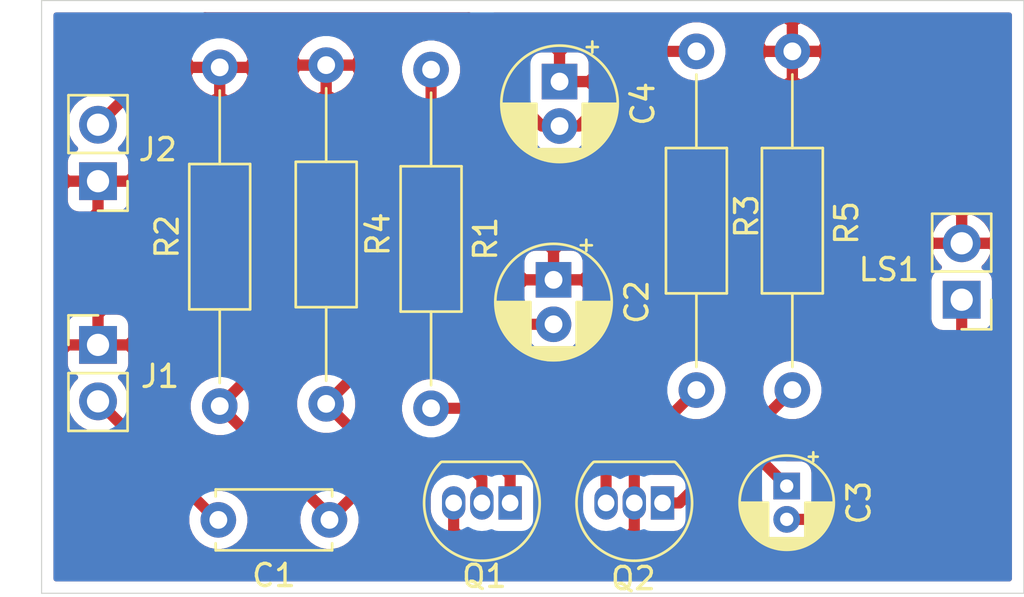
<source format=kicad_pcb>
(kicad_pcb (version 20171130) (host pcbnew "(5.1.7)-1")

  (general
    (thickness 1.6)
    (drawings 4)
    (tracks 49)
    (zones 0)
    (modules 14)
    (nets 9)
  )

  (page A4)
  (title_block
    (title Single_amp)
    (date 2020-11-11)
    (rev 1.1)
    (company Deniss)
  )

  (layers
    (0 F.Cu signal)
    (31 B.Cu signal)
    (33 F.Adhes user)
    (35 F.Paste user)
    (37 F.SilkS user)
    (38 B.Mask user)
    (39 F.Mask user)
    (40 Dwgs.User user)
    (41 Cmts.User user)
    (42 Eco1.User user)
    (43 Eco2.User user)
    (44 Edge.Cuts user)
    (45 Margin user)
    (46 B.CrtYd user)
    (47 F.CrtYd user)
    (49 F.Fab user)
  )

  (setup
    (last_trace_width 0.5)
    (user_trace_width 0.5)
    (trace_clearance 0.15)
    (zone_clearance 0.508)
    (zone_45_only no)
    (trace_min 0.15)
    (via_size 0.6)
    (via_drill 0.35)
    (via_min_size 0.6)
    (via_min_drill 0.35)
    (uvia_size 0.15)
    (uvia_drill 0.1)
    (uvias_allowed no)
    (uvia_min_size 0)
    (uvia_min_drill 0)
    (edge_width 0.05)
    (segment_width 0.2)
    (pcb_text_width 0.3)
    (pcb_text_size 1.5 1.5)
    (mod_edge_width 0.12)
    (mod_text_size 1 1)
    (mod_text_width 0.15)
    (pad_size 1.524 1.524)
    (pad_drill 0.762)
    (pad_to_mask_clearance 0)
    (aux_axis_origin 0 0)
    (visible_elements 7FFFFFFF)
    (pcbplotparams
      (layerselection 0x010e8_ffffffff)
      (usegerberextensions false)
      (usegerberattributes true)
      (usegerberadvancedattributes true)
      (creategerberjobfile true)
      (excludeedgelayer true)
      (linewidth 0.100000)
      (plotframeref false)
      (viasonmask false)
      (mode 1)
      (useauxorigin false)
      (hpglpennumber 1)
      (hpglpenspeed 20)
      (hpglpendiameter 15.000000)
      (psnegative false)
      (psa4output false)
      (plotreference true)
      (plotvalue true)
      (plotinvisibletext false)
      (padsonsilk false)
      (subtractmaskfromsilk false)
      (outputformat 1)
      (mirror false)
      (drillshape 0)
      (scaleselection 1)
      (outputdirectory ""))
  )

  (net 0 "")
  (net 1 "Net-(C1-Pad1)")
  (net 2 "Net-(C1-Pad2)")
  (net 3 "Net-(C2-Pad2)")
  (net 4 GNDREF)
  (net 5 "Net-(C3-Pad1)")
  (net 6 "Net-(C3-Pad2)")
  (net 7 "Net-(C4-Pad2)")
  (net 8 "Net-(Q1-Pad3)")

  (net_class Default "This is the default net class."
    (clearance 0.15)
    (trace_width 0.15)
    (via_dia 0.6)
    (via_drill 0.35)
    (uvia_dia 0.15)
    (uvia_drill 0.1)
    (add_net GNDREF)
    (add_net "Net-(C1-Pad1)")
    (add_net "Net-(C1-Pad2)")
    (add_net "Net-(C2-Pad2)")
    (add_net "Net-(C3-Pad1)")
    (add_net "Net-(C3-Pad2)")
    (add_net "Net-(C4-Pad2)")
    (add_net "Net-(Q1-Pad3)")
  )

  (net_class Power ""
    (clearance 0.2)
    (trace_width 0.2)
    (via_dia 0.6)
    (via_drill 0.4)
    (uvia_dia 0.3)
    (uvia_drill 0.1)
  )

  (module Resistor_THT:R_Axial_DIN0207_L6.3mm_D2.5mm_P15.24mm_Horizontal (layer F.Cu) (tedit 5AE5139B) (tstamp 5FABAC69)
    (at 143.256 121.92 90)
    (descr "Resistor, Axial_DIN0207 series, Axial, Horizontal, pin pitch=15.24mm, 0.25W = 1/4W, length*diameter=6.3*2.5mm^2, http://cdn-reichelt.de/documents/datenblatt/B400/1_4W%23YAG.pdf")
    (tags "Resistor Axial_DIN0207 series Axial Horizontal pin pitch 15.24mm 0.25W = 1/4W length 6.3mm diameter 2.5mm")
    (path /5F86FB20)
    (fp_text reference R5 (at 7.52 2.444 90) (layer F.SilkS)
      (effects (font (size 1 1) (thickness 0.15)))
    )
    (fp_text value 1k (at 7.62 2.37 90) (layer F.Fab)
      (effects (font (size 1 1) (thickness 0.15)))
    )
    (fp_line (start 4.47 -1.25) (end 4.47 1.25) (layer F.Fab) (width 0.1))
    (fp_line (start 4.47 1.25) (end 10.77 1.25) (layer F.Fab) (width 0.1))
    (fp_line (start 10.77 1.25) (end 10.77 -1.25) (layer F.Fab) (width 0.1))
    (fp_line (start 10.77 -1.25) (end 4.47 -1.25) (layer F.Fab) (width 0.1))
    (fp_line (start 0 0) (end 4.47 0) (layer F.Fab) (width 0.1))
    (fp_line (start 15.24 0) (end 10.77 0) (layer F.Fab) (width 0.1))
    (fp_line (start 4.35 -1.37) (end 4.35 1.37) (layer F.SilkS) (width 0.12))
    (fp_line (start 4.35 1.37) (end 10.89 1.37) (layer F.SilkS) (width 0.12))
    (fp_line (start 10.89 1.37) (end 10.89 -1.37) (layer F.SilkS) (width 0.12))
    (fp_line (start 10.89 -1.37) (end 4.35 -1.37) (layer F.SilkS) (width 0.12))
    (fp_line (start 1.04 0) (end 4.35 0) (layer F.SilkS) (width 0.12))
    (fp_line (start 14.2 0) (end 10.89 0) (layer F.SilkS) (width 0.12))
    (fp_line (start -1.05 -1.5) (end -1.05 1.5) (layer F.CrtYd) (width 0.05))
    (fp_line (start -1.05 1.5) (end 16.29 1.5) (layer F.CrtYd) (width 0.05))
    (fp_line (start 16.29 1.5) (end 16.29 -1.5) (layer F.CrtYd) (width 0.05))
    (fp_line (start 16.29 -1.5) (end -1.05 -1.5) (layer F.CrtYd) (width 0.05))
    (fp_text user %R (at 7.62 0 90) (layer F.Fab)
      (effects (font (size 1 1) (thickness 0.15)))
    )
    (pad 1 thru_hole circle (at 0 0 90) (size 1.6 1.6) (drill 0.8) (layers *.Cu *.Mask)
      (net 5 "Net-(C3-Pad1)"))
    (pad 2 thru_hole oval (at 15.24 0 90) (size 1.6 1.6) (drill 0.8) (layers *.Cu *.Mask)
      (net 4 GNDREF))
    (model ${KISYS3DMOD}/Resistor_THT.3dshapes/R_Axial_DIN0207_L6.3mm_D2.5mm_P15.24mm_Horizontal.wrl
      (at (xyz 0 0 0))
      (scale (xyz 1 1 1))
      (rotate (xyz 0 0 0))
    )
  )

  (module Capacitor_THT:C_Disc_D5.0mm_W2.5mm_P5.00mm (layer F.Cu) (tedit 5AE50EF0) (tstamp 5FABA3E7)
    (at 122.428 127.762 180)
    (descr "C, Disc series, Radial, pin pitch=5.00mm, , diameter*width=5*2.5mm^2, Capacitor, http://cdn-reichelt.de/documents/datenblatt/B300/DS_KERKO_TC.pdf")
    (tags "C Disc series Radial pin pitch 5.00mm  diameter 5mm width 2.5mm Capacitor")
    (path /5F86C85E)
    (fp_text reference C1 (at 2.5 -2.5) (layer F.SilkS)
      (effects (font (size 1 1) (thickness 0.15)))
    )
    (fp_text value 0.47uF (at 2.5 2.5) (layer F.Fab)
      (effects (font (size 1 1) (thickness 0.15)))
    )
    (fp_line (start 0 -1.25) (end 0 1.25) (layer F.Fab) (width 0.1))
    (fp_line (start 0 1.25) (end 5 1.25) (layer F.Fab) (width 0.1))
    (fp_line (start 5 1.25) (end 5 -1.25) (layer F.Fab) (width 0.1))
    (fp_line (start 5 -1.25) (end 0 -1.25) (layer F.Fab) (width 0.1))
    (fp_line (start -0.12 -1.37) (end 5.12 -1.37) (layer F.SilkS) (width 0.12))
    (fp_line (start -0.12 1.37) (end 5.12 1.37) (layer F.SilkS) (width 0.12))
    (fp_line (start -0.12 -1.37) (end -0.12 -1.055) (layer F.SilkS) (width 0.12))
    (fp_line (start -0.12 1.055) (end -0.12 1.37) (layer F.SilkS) (width 0.12))
    (fp_line (start 5.12 -1.37) (end 5.12 -1.055) (layer F.SilkS) (width 0.12))
    (fp_line (start 5.12 1.055) (end 5.12 1.37) (layer F.SilkS) (width 0.12))
    (fp_line (start -1.05 -1.5) (end -1.05 1.5) (layer F.CrtYd) (width 0.05))
    (fp_line (start -1.05 1.5) (end 6.05 1.5) (layer F.CrtYd) (width 0.05))
    (fp_line (start 6.05 1.5) (end 6.05 -1.5) (layer F.CrtYd) (width 0.05))
    (fp_line (start 6.05 -1.5) (end -1.05 -1.5) (layer F.CrtYd) (width 0.05))
    (fp_text user %R (at 2.5 0) (layer F.Fab)
      (effects (font (size 1 1) (thickness 0.15)))
    )
    (pad 1 thru_hole circle (at 0 0 180) (size 1.6 1.6) (drill 0.8) (layers *.Cu *.Mask)
      (net 1 "Net-(C1-Pad1)"))
    (pad 2 thru_hole circle (at 5 0 180) (size 1.6 1.6) (drill 0.8) (layers *.Cu *.Mask)
      (net 2 "Net-(C1-Pad2)"))
    (model ${KISYS3DMOD}/Capacitor_THT.3dshapes/C_Disc_D5.0mm_W2.5mm_P5.00mm.wrl
      (at (xyz 0 0 0))
      (scale (xyz 1 1 1))
      (rotate (xyz 0 0 0))
    )
  )

  (module Capacitor_THT:CP_Radial_D5.0mm_P2.00mm (layer F.Cu) (tedit 5AE50EF0) (tstamp 5FABA46A)
    (at 132.51 116.96 270)
    (descr "CP, Radial series, Radial, pin pitch=2.00mm, , diameter=5mm, Electrolytic Capacitor")
    (tags "CP Radial series Radial pin pitch 2.00mm  diameter 5mm Electrolytic Capacitor")
    (path /5F8E0386)
    (fp_text reference C2 (at 1 -3.75 90) (layer F.SilkS)
      (effects (font (size 1 1) (thickness 0.15)))
    )
    (fp_text value 4.7uF (at 1 3.75 90) (layer F.Fab)
      (effects (font (size 1 1) (thickness 0.15)))
    )
    (fp_line (start -1.554775 -1.725) (end -1.554775 -1.225) (layer F.SilkS) (width 0.12))
    (fp_line (start -1.804775 -1.475) (end -1.304775 -1.475) (layer F.SilkS) (width 0.12))
    (fp_line (start 3.601 -0.284) (end 3.601 0.284) (layer F.SilkS) (width 0.12))
    (fp_line (start 3.561 -0.518) (end 3.561 0.518) (layer F.SilkS) (width 0.12))
    (fp_line (start 3.521 -0.677) (end 3.521 0.677) (layer F.SilkS) (width 0.12))
    (fp_line (start 3.481 -0.805) (end 3.481 0.805) (layer F.SilkS) (width 0.12))
    (fp_line (start 3.441 -0.915) (end 3.441 0.915) (layer F.SilkS) (width 0.12))
    (fp_line (start 3.401 -1.011) (end 3.401 1.011) (layer F.SilkS) (width 0.12))
    (fp_line (start 3.361 -1.098) (end 3.361 1.098) (layer F.SilkS) (width 0.12))
    (fp_line (start 3.321 -1.178) (end 3.321 1.178) (layer F.SilkS) (width 0.12))
    (fp_line (start 3.281 -1.251) (end 3.281 1.251) (layer F.SilkS) (width 0.12))
    (fp_line (start 3.241 -1.319) (end 3.241 1.319) (layer F.SilkS) (width 0.12))
    (fp_line (start 3.201 -1.383) (end 3.201 1.383) (layer F.SilkS) (width 0.12))
    (fp_line (start 3.161 -1.443) (end 3.161 1.443) (layer F.SilkS) (width 0.12))
    (fp_line (start 3.121 -1.5) (end 3.121 1.5) (layer F.SilkS) (width 0.12))
    (fp_line (start 3.081 -1.554) (end 3.081 1.554) (layer F.SilkS) (width 0.12))
    (fp_line (start 3.041 -1.605) (end 3.041 1.605) (layer F.SilkS) (width 0.12))
    (fp_line (start 3.001 1.04) (end 3.001 1.653) (layer F.SilkS) (width 0.12))
    (fp_line (start 3.001 -1.653) (end 3.001 -1.04) (layer F.SilkS) (width 0.12))
    (fp_line (start 2.961 1.04) (end 2.961 1.699) (layer F.SilkS) (width 0.12))
    (fp_line (start 2.961 -1.699) (end 2.961 -1.04) (layer F.SilkS) (width 0.12))
    (fp_line (start 2.921 1.04) (end 2.921 1.743) (layer F.SilkS) (width 0.12))
    (fp_line (start 2.921 -1.743) (end 2.921 -1.04) (layer F.SilkS) (width 0.12))
    (fp_line (start 2.881 1.04) (end 2.881 1.785) (layer F.SilkS) (width 0.12))
    (fp_line (start 2.881 -1.785) (end 2.881 -1.04) (layer F.SilkS) (width 0.12))
    (fp_line (start 2.841 1.04) (end 2.841 1.826) (layer F.SilkS) (width 0.12))
    (fp_line (start 2.841 -1.826) (end 2.841 -1.04) (layer F.SilkS) (width 0.12))
    (fp_line (start 2.801 1.04) (end 2.801 1.864) (layer F.SilkS) (width 0.12))
    (fp_line (start 2.801 -1.864) (end 2.801 -1.04) (layer F.SilkS) (width 0.12))
    (fp_line (start 2.761 1.04) (end 2.761 1.901) (layer F.SilkS) (width 0.12))
    (fp_line (start 2.761 -1.901) (end 2.761 -1.04) (layer F.SilkS) (width 0.12))
    (fp_line (start 2.721 1.04) (end 2.721 1.937) (layer F.SilkS) (width 0.12))
    (fp_line (start 2.721 -1.937) (end 2.721 -1.04) (layer F.SilkS) (width 0.12))
    (fp_line (start 2.681 1.04) (end 2.681 1.971) (layer F.SilkS) (width 0.12))
    (fp_line (start 2.681 -1.971) (end 2.681 -1.04) (layer F.SilkS) (width 0.12))
    (fp_line (start 2.641 1.04) (end 2.641 2.004) (layer F.SilkS) (width 0.12))
    (fp_line (start 2.641 -2.004) (end 2.641 -1.04) (layer F.SilkS) (width 0.12))
    (fp_line (start 2.601 1.04) (end 2.601 2.035) (layer F.SilkS) (width 0.12))
    (fp_line (start 2.601 -2.035) (end 2.601 -1.04) (layer F.SilkS) (width 0.12))
    (fp_line (start 2.561 1.04) (end 2.561 2.065) (layer F.SilkS) (width 0.12))
    (fp_line (start 2.561 -2.065) (end 2.561 -1.04) (layer F.SilkS) (width 0.12))
    (fp_line (start 2.521 1.04) (end 2.521 2.095) (layer F.SilkS) (width 0.12))
    (fp_line (start 2.521 -2.095) (end 2.521 -1.04) (layer F.SilkS) (width 0.12))
    (fp_line (start 2.481 1.04) (end 2.481 2.122) (layer F.SilkS) (width 0.12))
    (fp_line (start 2.481 -2.122) (end 2.481 -1.04) (layer F.SilkS) (width 0.12))
    (fp_line (start 2.441 1.04) (end 2.441 2.149) (layer F.SilkS) (width 0.12))
    (fp_line (start 2.441 -2.149) (end 2.441 -1.04) (layer F.SilkS) (width 0.12))
    (fp_line (start 2.401 1.04) (end 2.401 2.175) (layer F.SilkS) (width 0.12))
    (fp_line (start 2.401 -2.175) (end 2.401 -1.04) (layer F.SilkS) (width 0.12))
    (fp_line (start 2.361 1.04) (end 2.361 2.2) (layer F.SilkS) (width 0.12))
    (fp_line (start 2.361 -2.2) (end 2.361 -1.04) (layer F.SilkS) (width 0.12))
    (fp_line (start 2.321 1.04) (end 2.321 2.224) (layer F.SilkS) (width 0.12))
    (fp_line (start 2.321 -2.224) (end 2.321 -1.04) (layer F.SilkS) (width 0.12))
    (fp_line (start 2.281 1.04) (end 2.281 2.247) (layer F.SilkS) (width 0.12))
    (fp_line (start 2.281 -2.247) (end 2.281 -1.04) (layer F.SilkS) (width 0.12))
    (fp_line (start 2.241 1.04) (end 2.241 2.268) (layer F.SilkS) (width 0.12))
    (fp_line (start 2.241 -2.268) (end 2.241 -1.04) (layer F.SilkS) (width 0.12))
    (fp_line (start 2.201 1.04) (end 2.201 2.29) (layer F.SilkS) (width 0.12))
    (fp_line (start 2.201 -2.29) (end 2.201 -1.04) (layer F.SilkS) (width 0.12))
    (fp_line (start 2.161 1.04) (end 2.161 2.31) (layer F.SilkS) (width 0.12))
    (fp_line (start 2.161 -2.31) (end 2.161 -1.04) (layer F.SilkS) (width 0.12))
    (fp_line (start 2.121 1.04) (end 2.121 2.329) (layer F.SilkS) (width 0.12))
    (fp_line (start 2.121 -2.329) (end 2.121 -1.04) (layer F.SilkS) (width 0.12))
    (fp_line (start 2.081 1.04) (end 2.081 2.348) (layer F.SilkS) (width 0.12))
    (fp_line (start 2.081 -2.348) (end 2.081 -1.04) (layer F.SilkS) (width 0.12))
    (fp_line (start 2.041 1.04) (end 2.041 2.365) (layer F.SilkS) (width 0.12))
    (fp_line (start 2.041 -2.365) (end 2.041 -1.04) (layer F.SilkS) (width 0.12))
    (fp_line (start 2.001 1.04) (end 2.001 2.382) (layer F.SilkS) (width 0.12))
    (fp_line (start 2.001 -2.382) (end 2.001 -1.04) (layer F.SilkS) (width 0.12))
    (fp_line (start 1.961 1.04) (end 1.961 2.398) (layer F.SilkS) (width 0.12))
    (fp_line (start 1.961 -2.398) (end 1.961 -1.04) (layer F.SilkS) (width 0.12))
    (fp_line (start 1.921 1.04) (end 1.921 2.414) (layer F.SilkS) (width 0.12))
    (fp_line (start 1.921 -2.414) (end 1.921 -1.04) (layer F.SilkS) (width 0.12))
    (fp_line (start 1.881 1.04) (end 1.881 2.428) (layer F.SilkS) (width 0.12))
    (fp_line (start 1.881 -2.428) (end 1.881 -1.04) (layer F.SilkS) (width 0.12))
    (fp_line (start 1.841 1.04) (end 1.841 2.442) (layer F.SilkS) (width 0.12))
    (fp_line (start 1.841 -2.442) (end 1.841 -1.04) (layer F.SilkS) (width 0.12))
    (fp_line (start 1.801 1.04) (end 1.801 2.455) (layer F.SilkS) (width 0.12))
    (fp_line (start 1.801 -2.455) (end 1.801 -1.04) (layer F.SilkS) (width 0.12))
    (fp_line (start 1.761 1.04) (end 1.761 2.468) (layer F.SilkS) (width 0.12))
    (fp_line (start 1.761 -2.468) (end 1.761 -1.04) (layer F.SilkS) (width 0.12))
    (fp_line (start 1.721 1.04) (end 1.721 2.48) (layer F.SilkS) (width 0.12))
    (fp_line (start 1.721 -2.48) (end 1.721 -1.04) (layer F.SilkS) (width 0.12))
    (fp_line (start 1.68 1.04) (end 1.68 2.491) (layer F.SilkS) (width 0.12))
    (fp_line (start 1.68 -2.491) (end 1.68 -1.04) (layer F.SilkS) (width 0.12))
    (fp_line (start 1.64 1.04) (end 1.64 2.501) (layer F.SilkS) (width 0.12))
    (fp_line (start 1.64 -2.501) (end 1.64 -1.04) (layer F.SilkS) (width 0.12))
    (fp_line (start 1.6 1.04) (end 1.6 2.511) (layer F.SilkS) (width 0.12))
    (fp_line (start 1.6 -2.511) (end 1.6 -1.04) (layer F.SilkS) (width 0.12))
    (fp_line (start 1.56 1.04) (end 1.56 2.52) (layer F.SilkS) (width 0.12))
    (fp_line (start 1.56 -2.52) (end 1.56 -1.04) (layer F.SilkS) (width 0.12))
    (fp_line (start 1.52 1.04) (end 1.52 2.528) (layer F.SilkS) (width 0.12))
    (fp_line (start 1.52 -2.528) (end 1.52 -1.04) (layer F.SilkS) (width 0.12))
    (fp_line (start 1.48 1.04) (end 1.48 2.536) (layer F.SilkS) (width 0.12))
    (fp_line (start 1.48 -2.536) (end 1.48 -1.04) (layer F.SilkS) (width 0.12))
    (fp_line (start 1.44 1.04) (end 1.44 2.543) (layer F.SilkS) (width 0.12))
    (fp_line (start 1.44 -2.543) (end 1.44 -1.04) (layer F.SilkS) (width 0.12))
    (fp_line (start 1.4 1.04) (end 1.4 2.55) (layer F.SilkS) (width 0.12))
    (fp_line (start 1.4 -2.55) (end 1.4 -1.04) (layer F.SilkS) (width 0.12))
    (fp_line (start 1.36 1.04) (end 1.36 2.556) (layer F.SilkS) (width 0.12))
    (fp_line (start 1.36 -2.556) (end 1.36 -1.04) (layer F.SilkS) (width 0.12))
    (fp_line (start 1.32 1.04) (end 1.32 2.561) (layer F.SilkS) (width 0.12))
    (fp_line (start 1.32 -2.561) (end 1.32 -1.04) (layer F.SilkS) (width 0.12))
    (fp_line (start 1.28 1.04) (end 1.28 2.565) (layer F.SilkS) (width 0.12))
    (fp_line (start 1.28 -2.565) (end 1.28 -1.04) (layer F.SilkS) (width 0.12))
    (fp_line (start 1.24 1.04) (end 1.24 2.569) (layer F.SilkS) (width 0.12))
    (fp_line (start 1.24 -2.569) (end 1.24 -1.04) (layer F.SilkS) (width 0.12))
    (fp_line (start 1.2 1.04) (end 1.2 2.573) (layer F.SilkS) (width 0.12))
    (fp_line (start 1.2 -2.573) (end 1.2 -1.04) (layer F.SilkS) (width 0.12))
    (fp_line (start 1.16 1.04) (end 1.16 2.576) (layer F.SilkS) (width 0.12))
    (fp_line (start 1.16 -2.576) (end 1.16 -1.04) (layer F.SilkS) (width 0.12))
    (fp_line (start 1.12 1.04) (end 1.12 2.578) (layer F.SilkS) (width 0.12))
    (fp_line (start 1.12 -2.578) (end 1.12 -1.04) (layer F.SilkS) (width 0.12))
    (fp_line (start 1.08 1.04) (end 1.08 2.579) (layer F.SilkS) (width 0.12))
    (fp_line (start 1.08 -2.579) (end 1.08 -1.04) (layer F.SilkS) (width 0.12))
    (fp_line (start 1.04 -2.58) (end 1.04 -1.04) (layer F.SilkS) (width 0.12))
    (fp_line (start 1.04 1.04) (end 1.04 2.58) (layer F.SilkS) (width 0.12))
    (fp_line (start 1 -2.58) (end 1 -1.04) (layer F.SilkS) (width 0.12))
    (fp_line (start 1 1.04) (end 1 2.58) (layer F.SilkS) (width 0.12))
    (fp_line (start -0.883605 -1.3375) (end -0.883605 -0.8375) (layer F.Fab) (width 0.1))
    (fp_line (start -1.133605 -1.0875) (end -0.633605 -1.0875) (layer F.Fab) (width 0.1))
    (fp_circle (center 1 0) (end 3.75 0) (layer F.CrtYd) (width 0.05))
    (fp_circle (center 1 0) (end 3.62 0) (layer F.SilkS) (width 0.12))
    (fp_circle (center 1 0) (end 3.5 0) (layer F.Fab) (width 0.1))
    (fp_text user %R (at 1 0 90) (layer F.Fab)
      (effects (font (size 1 1) (thickness 0.15)))
    )
    (pad 2 thru_hole circle (at 2 0 270) (size 1.6 1.6) (drill 0.8) (layers *.Cu *.Mask)
      (net 3 "Net-(C2-Pad2)"))
    (pad 1 thru_hole rect (at 0 0 270) (size 1.6 1.6) (drill 0.8) (layers *.Cu *.Mask)
      (net 4 GNDREF))
    (model ${KISYS3DMOD}/Capacitor_THT.3dshapes/CP_Radial_D5.0mm_P2.00mm.wrl
      (at (xyz 0 0 0))
      (scale (xyz 1 1 1))
      (rotate (xyz 0 0 0))
    )
  )

  (module Capacitor_THT:CP_Radial_D4.0mm_P1.50mm (layer F.Cu) (tedit 5AE50EF0) (tstamp 5FABA4D5)
    (at 143.002 126.238 270)
    (descr "CP, Radial series, Radial, pin pitch=1.50mm, , diameter=4mm, Electrolytic Capacitor")
    (tags "CP Radial series Radial pin pitch 1.50mm  diameter 4mm Electrolytic Capacitor")
    (path /5F87490D)
    (fp_text reference C3 (at 0.75 -3.25 90) (layer F.SilkS)
      (effects (font (size 1 1) (thickness 0.15)))
    )
    (fp_text value 4.7uF (at 0.75 3.25 90) (layer F.Fab)
      (effects (font (size 1 1) (thickness 0.15)))
    )
    (fp_circle (center 0.75 0) (end 2.75 0) (layer F.Fab) (width 0.1))
    (fp_circle (center 0.75 0) (end 2.87 0) (layer F.SilkS) (width 0.12))
    (fp_circle (center 0.75 0) (end 3 0) (layer F.CrtYd) (width 0.05))
    (fp_line (start -0.952554 -0.8675) (end -0.552554 -0.8675) (layer F.Fab) (width 0.1))
    (fp_line (start -0.752554 -1.0675) (end -0.752554 -0.6675) (layer F.Fab) (width 0.1))
    (fp_line (start 0.75 0.84) (end 0.75 2.08) (layer F.SilkS) (width 0.12))
    (fp_line (start 0.75 -2.08) (end 0.75 -0.84) (layer F.SilkS) (width 0.12))
    (fp_line (start 0.79 0.84) (end 0.79 2.08) (layer F.SilkS) (width 0.12))
    (fp_line (start 0.79 -2.08) (end 0.79 -0.84) (layer F.SilkS) (width 0.12))
    (fp_line (start 0.83 0.84) (end 0.83 2.079) (layer F.SilkS) (width 0.12))
    (fp_line (start 0.83 -2.079) (end 0.83 -0.84) (layer F.SilkS) (width 0.12))
    (fp_line (start 0.87 -2.077) (end 0.87 -0.84) (layer F.SilkS) (width 0.12))
    (fp_line (start 0.87 0.84) (end 0.87 2.077) (layer F.SilkS) (width 0.12))
    (fp_line (start 0.91 -2.074) (end 0.91 -0.84) (layer F.SilkS) (width 0.12))
    (fp_line (start 0.91 0.84) (end 0.91 2.074) (layer F.SilkS) (width 0.12))
    (fp_line (start 0.95 -2.071) (end 0.95 -0.84) (layer F.SilkS) (width 0.12))
    (fp_line (start 0.95 0.84) (end 0.95 2.071) (layer F.SilkS) (width 0.12))
    (fp_line (start 0.99 -2.067) (end 0.99 -0.84) (layer F.SilkS) (width 0.12))
    (fp_line (start 0.99 0.84) (end 0.99 2.067) (layer F.SilkS) (width 0.12))
    (fp_line (start 1.03 -2.062) (end 1.03 -0.84) (layer F.SilkS) (width 0.12))
    (fp_line (start 1.03 0.84) (end 1.03 2.062) (layer F.SilkS) (width 0.12))
    (fp_line (start 1.07 -2.056) (end 1.07 -0.84) (layer F.SilkS) (width 0.12))
    (fp_line (start 1.07 0.84) (end 1.07 2.056) (layer F.SilkS) (width 0.12))
    (fp_line (start 1.11 -2.05) (end 1.11 -0.84) (layer F.SilkS) (width 0.12))
    (fp_line (start 1.11 0.84) (end 1.11 2.05) (layer F.SilkS) (width 0.12))
    (fp_line (start 1.15 -2.042) (end 1.15 -0.84) (layer F.SilkS) (width 0.12))
    (fp_line (start 1.15 0.84) (end 1.15 2.042) (layer F.SilkS) (width 0.12))
    (fp_line (start 1.19 -2.034) (end 1.19 -0.84) (layer F.SilkS) (width 0.12))
    (fp_line (start 1.19 0.84) (end 1.19 2.034) (layer F.SilkS) (width 0.12))
    (fp_line (start 1.23 -2.025) (end 1.23 -0.84) (layer F.SilkS) (width 0.12))
    (fp_line (start 1.23 0.84) (end 1.23 2.025) (layer F.SilkS) (width 0.12))
    (fp_line (start 1.27 -2.016) (end 1.27 -0.84) (layer F.SilkS) (width 0.12))
    (fp_line (start 1.27 0.84) (end 1.27 2.016) (layer F.SilkS) (width 0.12))
    (fp_line (start 1.31 -2.005) (end 1.31 -0.84) (layer F.SilkS) (width 0.12))
    (fp_line (start 1.31 0.84) (end 1.31 2.005) (layer F.SilkS) (width 0.12))
    (fp_line (start 1.35 -1.994) (end 1.35 -0.84) (layer F.SilkS) (width 0.12))
    (fp_line (start 1.35 0.84) (end 1.35 1.994) (layer F.SilkS) (width 0.12))
    (fp_line (start 1.39 -1.982) (end 1.39 -0.84) (layer F.SilkS) (width 0.12))
    (fp_line (start 1.39 0.84) (end 1.39 1.982) (layer F.SilkS) (width 0.12))
    (fp_line (start 1.43 -1.968) (end 1.43 -0.84) (layer F.SilkS) (width 0.12))
    (fp_line (start 1.43 0.84) (end 1.43 1.968) (layer F.SilkS) (width 0.12))
    (fp_line (start 1.471 -1.954) (end 1.471 -0.84) (layer F.SilkS) (width 0.12))
    (fp_line (start 1.471 0.84) (end 1.471 1.954) (layer F.SilkS) (width 0.12))
    (fp_line (start 1.511 -1.94) (end 1.511 -0.84) (layer F.SilkS) (width 0.12))
    (fp_line (start 1.511 0.84) (end 1.511 1.94) (layer F.SilkS) (width 0.12))
    (fp_line (start 1.551 -1.924) (end 1.551 -0.84) (layer F.SilkS) (width 0.12))
    (fp_line (start 1.551 0.84) (end 1.551 1.924) (layer F.SilkS) (width 0.12))
    (fp_line (start 1.591 -1.907) (end 1.591 -0.84) (layer F.SilkS) (width 0.12))
    (fp_line (start 1.591 0.84) (end 1.591 1.907) (layer F.SilkS) (width 0.12))
    (fp_line (start 1.631 -1.889) (end 1.631 -0.84) (layer F.SilkS) (width 0.12))
    (fp_line (start 1.631 0.84) (end 1.631 1.889) (layer F.SilkS) (width 0.12))
    (fp_line (start 1.671 -1.87) (end 1.671 -0.84) (layer F.SilkS) (width 0.12))
    (fp_line (start 1.671 0.84) (end 1.671 1.87) (layer F.SilkS) (width 0.12))
    (fp_line (start 1.711 -1.851) (end 1.711 -0.84) (layer F.SilkS) (width 0.12))
    (fp_line (start 1.711 0.84) (end 1.711 1.851) (layer F.SilkS) (width 0.12))
    (fp_line (start 1.751 -1.83) (end 1.751 -0.84) (layer F.SilkS) (width 0.12))
    (fp_line (start 1.751 0.84) (end 1.751 1.83) (layer F.SilkS) (width 0.12))
    (fp_line (start 1.791 -1.808) (end 1.791 -0.84) (layer F.SilkS) (width 0.12))
    (fp_line (start 1.791 0.84) (end 1.791 1.808) (layer F.SilkS) (width 0.12))
    (fp_line (start 1.831 -1.785) (end 1.831 -0.84) (layer F.SilkS) (width 0.12))
    (fp_line (start 1.831 0.84) (end 1.831 1.785) (layer F.SilkS) (width 0.12))
    (fp_line (start 1.871 -1.76) (end 1.871 -0.84) (layer F.SilkS) (width 0.12))
    (fp_line (start 1.871 0.84) (end 1.871 1.76) (layer F.SilkS) (width 0.12))
    (fp_line (start 1.911 -1.735) (end 1.911 -0.84) (layer F.SilkS) (width 0.12))
    (fp_line (start 1.911 0.84) (end 1.911 1.735) (layer F.SilkS) (width 0.12))
    (fp_line (start 1.951 -1.708) (end 1.951 -0.84) (layer F.SilkS) (width 0.12))
    (fp_line (start 1.951 0.84) (end 1.951 1.708) (layer F.SilkS) (width 0.12))
    (fp_line (start 1.991 -1.68) (end 1.991 -0.84) (layer F.SilkS) (width 0.12))
    (fp_line (start 1.991 0.84) (end 1.991 1.68) (layer F.SilkS) (width 0.12))
    (fp_line (start 2.031 -1.65) (end 2.031 -0.84) (layer F.SilkS) (width 0.12))
    (fp_line (start 2.031 0.84) (end 2.031 1.65) (layer F.SilkS) (width 0.12))
    (fp_line (start 2.071 -1.619) (end 2.071 -0.84) (layer F.SilkS) (width 0.12))
    (fp_line (start 2.071 0.84) (end 2.071 1.619) (layer F.SilkS) (width 0.12))
    (fp_line (start 2.111 -1.587) (end 2.111 -0.84) (layer F.SilkS) (width 0.12))
    (fp_line (start 2.111 0.84) (end 2.111 1.587) (layer F.SilkS) (width 0.12))
    (fp_line (start 2.151 -1.552) (end 2.151 -0.84) (layer F.SilkS) (width 0.12))
    (fp_line (start 2.151 0.84) (end 2.151 1.552) (layer F.SilkS) (width 0.12))
    (fp_line (start 2.191 -1.516) (end 2.191 -0.84) (layer F.SilkS) (width 0.12))
    (fp_line (start 2.191 0.84) (end 2.191 1.516) (layer F.SilkS) (width 0.12))
    (fp_line (start 2.231 -1.478) (end 2.231 -0.84) (layer F.SilkS) (width 0.12))
    (fp_line (start 2.231 0.84) (end 2.231 1.478) (layer F.SilkS) (width 0.12))
    (fp_line (start 2.271 -1.438) (end 2.271 -0.84) (layer F.SilkS) (width 0.12))
    (fp_line (start 2.271 0.84) (end 2.271 1.438) (layer F.SilkS) (width 0.12))
    (fp_line (start 2.311 -1.396) (end 2.311 -0.84) (layer F.SilkS) (width 0.12))
    (fp_line (start 2.311 0.84) (end 2.311 1.396) (layer F.SilkS) (width 0.12))
    (fp_line (start 2.351 -1.351) (end 2.351 1.351) (layer F.SilkS) (width 0.12))
    (fp_line (start 2.391 -1.304) (end 2.391 1.304) (layer F.SilkS) (width 0.12))
    (fp_line (start 2.431 -1.254) (end 2.431 1.254) (layer F.SilkS) (width 0.12))
    (fp_line (start 2.471 -1.2) (end 2.471 1.2) (layer F.SilkS) (width 0.12))
    (fp_line (start 2.511 -1.142) (end 2.511 1.142) (layer F.SilkS) (width 0.12))
    (fp_line (start 2.551 -1.08) (end 2.551 1.08) (layer F.SilkS) (width 0.12))
    (fp_line (start 2.591 -1.013) (end 2.591 1.013) (layer F.SilkS) (width 0.12))
    (fp_line (start 2.631 -0.94) (end 2.631 0.94) (layer F.SilkS) (width 0.12))
    (fp_line (start 2.671 -0.859) (end 2.671 0.859) (layer F.SilkS) (width 0.12))
    (fp_line (start 2.711 -0.768) (end 2.711 0.768) (layer F.SilkS) (width 0.12))
    (fp_line (start 2.751 -0.664) (end 2.751 0.664) (layer F.SilkS) (width 0.12))
    (fp_line (start 2.791 -0.537) (end 2.791 0.537) (layer F.SilkS) (width 0.12))
    (fp_line (start 2.831 -0.37) (end 2.831 0.37) (layer F.SilkS) (width 0.12))
    (fp_line (start -1.519801 -1.195) (end -1.119801 -1.195) (layer F.SilkS) (width 0.12))
    (fp_line (start -1.319801 -1.395) (end -1.319801 -0.995) (layer F.SilkS) (width 0.12))
    (fp_text user %R (at 0.75 0 90) (layer F.Fab)
      (effects (font (size 0.8 0.8) (thickness 0.12)))
    )
    (pad 1 thru_hole rect (at 0 0 270) (size 1.2 1.2) (drill 0.6) (layers *.Cu *.Mask)
      (net 5 "Net-(C3-Pad1)"))
    (pad 2 thru_hole circle (at 1.5 0 270) (size 1.2 1.2) (drill 0.6) (layers *.Cu *.Mask)
      (net 6 "Net-(C3-Pad2)"))
    (model ${KISYS3DMOD}/Capacitor_THT.3dshapes/CP_Radial_D4.0mm_P1.50mm.wrl
      (at (xyz 0 0 0))
      (scale (xyz 1 1 1))
      (rotate (xyz 0 0 0))
    )
  )

  (module Capacitor_THT:CP_Radial_D5.0mm_P2.00mm (layer F.Cu) (tedit 5AE50EF0) (tstamp 5FABA558)
    (at 132.78 108.04 270)
    (descr "CP, Radial series, Radial, pin pitch=2.00mm, , diameter=5mm, Electrolytic Capacitor")
    (tags "CP Radial series Radial pin pitch 2.00mm  diameter 5mm Electrolytic Capacitor")
    (path /5F8721F0)
    (fp_text reference C4 (at 1 -3.75 90) (layer F.SilkS)
      (effects (font (size 1 1) (thickness 0.15)))
    )
    (fp_text value 47uF (at 1 3.75 90) (layer F.Fab)
      (effects (font (size 1 1) (thickness 0.15)))
    )
    (fp_circle (center 1 0) (end 3.5 0) (layer F.Fab) (width 0.1))
    (fp_circle (center 1 0) (end 3.62 0) (layer F.SilkS) (width 0.12))
    (fp_circle (center 1 0) (end 3.75 0) (layer F.CrtYd) (width 0.05))
    (fp_line (start -1.133605 -1.0875) (end -0.633605 -1.0875) (layer F.Fab) (width 0.1))
    (fp_line (start -0.883605 -1.3375) (end -0.883605 -0.8375) (layer F.Fab) (width 0.1))
    (fp_line (start 1 1.04) (end 1 2.58) (layer F.SilkS) (width 0.12))
    (fp_line (start 1 -2.58) (end 1 -1.04) (layer F.SilkS) (width 0.12))
    (fp_line (start 1.04 1.04) (end 1.04 2.58) (layer F.SilkS) (width 0.12))
    (fp_line (start 1.04 -2.58) (end 1.04 -1.04) (layer F.SilkS) (width 0.12))
    (fp_line (start 1.08 -2.579) (end 1.08 -1.04) (layer F.SilkS) (width 0.12))
    (fp_line (start 1.08 1.04) (end 1.08 2.579) (layer F.SilkS) (width 0.12))
    (fp_line (start 1.12 -2.578) (end 1.12 -1.04) (layer F.SilkS) (width 0.12))
    (fp_line (start 1.12 1.04) (end 1.12 2.578) (layer F.SilkS) (width 0.12))
    (fp_line (start 1.16 -2.576) (end 1.16 -1.04) (layer F.SilkS) (width 0.12))
    (fp_line (start 1.16 1.04) (end 1.16 2.576) (layer F.SilkS) (width 0.12))
    (fp_line (start 1.2 -2.573) (end 1.2 -1.04) (layer F.SilkS) (width 0.12))
    (fp_line (start 1.2 1.04) (end 1.2 2.573) (layer F.SilkS) (width 0.12))
    (fp_line (start 1.24 -2.569) (end 1.24 -1.04) (layer F.SilkS) (width 0.12))
    (fp_line (start 1.24 1.04) (end 1.24 2.569) (layer F.SilkS) (width 0.12))
    (fp_line (start 1.28 -2.565) (end 1.28 -1.04) (layer F.SilkS) (width 0.12))
    (fp_line (start 1.28 1.04) (end 1.28 2.565) (layer F.SilkS) (width 0.12))
    (fp_line (start 1.32 -2.561) (end 1.32 -1.04) (layer F.SilkS) (width 0.12))
    (fp_line (start 1.32 1.04) (end 1.32 2.561) (layer F.SilkS) (width 0.12))
    (fp_line (start 1.36 -2.556) (end 1.36 -1.04) (layer F.SilkS) (width 0.12))
    (fp_line (start 1.36 1.04) (end 1.36 2.556) (layer F.SilkS) (width 0.12))
    (fp_line (start 1.4 -2.55) (end 1.4 -1.04) (layer F.SilkS) (width 0.12))
    (fp_line (start 1.4 1.04) (end 1.4 2.55) (layer F.SilkS) (width 0.12))
    (fp_line (start 1.44 -2.543) (end 1.44 -1.04) (layer F.SilkS) (width 0.12))
    (fp_line (start 1.44 1.04) (end 1.44 2.543) (layer F.SilkS) (width 0.12))
    (fp_line (start 1.48 -2.536) (end 1.48 -1.04) (layer F.SilkS) (width 0.12))
    (fp_line (start 1.48 1.04) (end 1.48 2.536) (layer F.SilkS) (width 0.12))
    (fp_line (start 1.52 -2.528) (end 1.52 -1.04) (layer F.SilkS) (width 0.12))
    (fp_line (start 1.52 1.04) (end 1.52 2.528) (layer F.SilkS) (width 0.12))
    (fp_line (start 1.56 -2.52) (end 1.56 -1.04) (layer F.SilkS) (width 0.12))
    (fp_line (start 1.56 1.04) (end 1.56 2.52) (layer F.SilkS) (width 0.12))
    (fp_line (start 1.6 -2.511) (end 1.6 -1.04) (layer F.SilkS) (width 0.12))
    (fp_line (start 1.6 1.04) (end 1.6 2.511) (layer F.SilkS) (width 0.12))
    (fp_line (start 1.64 -2.501) (end 1.64 -1.04) (layer F.SilkS) (width 0.12))
    (fp_line (start 1.64 1.04) (end 1.64 2.501) (layer F.SilkS) (width 0.12))
    (fp_line (start 1.68 -2.491) (end 1.68 -1.04) (layer F.SilkS) (width 0.12))
    (fp_line (start 1.68 1.04) (end 1.68 2.491) (layer F.SilkS) (width 0.12))
    (fp_line (start 1.721 -2.48) (end 1.721 -1.04) (layer F.SilkS) (width 0.12))
    (fp_line (start 1.721 1.04) (end 1.721 2.48) (layer F.SilkS) (width 0.12))
    (fp_line (start 1.761 -2.468) (end 1.761 -1.04) (layer F.SilkS) (width 0.12))
    (fp_line (start 1.761 1.04) (end 1.761 2.468) (layer F.SilkS) (width 0.12))
    (fp_line (start 1.801 -2.455) (end 1.801 -1.04) (layer F.SilkS) (width 0.12))
    (fp_line (start 1.801 1.04) (end 1.801 2.455) (layer F.SilkS) (width 0.12))
    (fp_line (start 1.841 -2.442) (end 1.841 -1.04) (layer F.SilkS) (width 0.12))
    (fp_line (start 1.841 1.04) (end 1.841 2.442) (layer F.SilkS) (width 0.12))
    (fp_line (start 1.881 -2.428) (end 1.881 -1.04) (layer F.SilkS) (width 0.12))
    (fp_line (start 1.881 1.04) (end 1.881 2.428) (layer F.SilkS) (width 0.12))
    (fp_line (start 1.921 -2.414) (end 1.921 -1.04) (layer F.SilkS) (width 0.12))
    (fp_line (start 1.921 1.04) (end 1.921 2.414) (layer F.SilkS) (width 0.12))
    (fp_line (start 1.961 -2.398) (end 1.961 -1.04) (layer F.SilkS) (width 0.12))
    (fp_line (start 1.961 1.04) (end 1.961 2.398) (layer F.SilkS) (width 0.12))
    (fp_line (start 2.001 -2.382) (end 2.001 -1.04) (layer F.SilkS) (width 0.12))
    (fp_line (start 2.001 1.04) (end 2.001 2.382) (layer F.SilkS) (width 0.12))
    (fp_line (start 2.041 -2.365) (end 2.041 -1.04) (layer F.SilkS) (width 0.12))
    (fp_line (start 2.041 1.04) (end 2.041 2.365) (layer F.SilkS) (width 0.12))
    (fp_line (start 2.081 -2.348) (end 2.081 -1.04) (layer F.SilkS) (width 0.12))
    (fp_line (start 2.081 1.04) (end 2.081 2.348) (layer F.SilkS) (width 0.12))
    (fp_line (start 2.121 -2.329) (end 2.121 -1.04) (layer F.SilkS) (width 0.12))
    (fp_line (start 2.121 1.04) (end 2.121 2.329) (layer F.SilkS) (width 0.12))
    (fp_line (start 2.161 -2.31) (end 2.161 -1.04) (layer F.SilkS) (width 0.12))
    (fp_line (start 2.161 1.04) (end 2.161 2.31) (layer F.SilkS) (width 0.12))
    (fp_line (start 2.201 -2.29) (end 2.201 -1.04) (layer F.SilkS) (width 0.12))
    (fp_line (start 2.201 1.04) (end 2.201 2.29) (layer F.SilkS) (width 0.12))
    (fp_line (start 2.241 -2.268) (end 2.241 -1.04) (layer F.SilkS) (width 0.12))
    (fp_line (start 2.241 1.04) (end 2.241 2.268) (layer F.SilkS) (width 0.12))
    (fp_line (start 2.281 -2.247) (end 2.281 -1.04) (layer F.SilkS) (width 0.12))
    (fp_line (start 2.281 1.04) (end 2.281 2.247) (layer F.SilkS) (width 0.12))
    (fp_line (start 2.321 -2.224) (end 2.321 -1.04) (layer F.SilkS) (width 0.12))
    (fp_line (start 2.321 1.04) (end 2.321 2.224) (layer F.SilkS) (width 0.12))
    (fp_line (start 2.361 -2.2) (end 2.361 -1.04) (layer F.SilkS) (width 0.12))
    (fp_line (start 2.361 1.04) (end 2.361 2.2) (layer F.SilkS) (width 0.12))
    (fp_line (start 2.401 -2.175) (end 2.401 -1.04) (layer F.SilkS) (width 0.12))
    (fp_line (start 2.401 1.04) (end 2.401 2.175) (layer F.SilkS) (width 0.12))
    (fp_line (start 2.441 -2.149) (end 2.441 -1.04) (layer F.SilkS) (width 0.12))
    (fp_line (start 2.441 1.04) (end 2.441 2.149) (layer F.SilkS) (width 0.12))
    (fp_line (start 2.481 -2.122) (end 2.481 -1.04) (layer F.SilkS) (width 0.12))
    (fp_line (start 2.481 1.04) (end 2.481 2.122) (layer F.SilkS) (width 0.12))
    (fp_line (start 2.521 -2.095) (end 2.521 -1.04) (layer F.SilkS) (width 0.12))
    (fp_line (start 2.521 1.04) (end 2.521 2.095) (layer F.SilkS) (width 0.12))
    (fp_line (start 2.561 -2.065) (end 2.561 -1.04) (layer F.SilkS) (width 0.12))
    (fp_line (start 2.561 1.04) (end 2.561 2.065) (layer F.SilkS) (width 0.12))
    (fp_line (start 2.601 -2.035) (end 2.601 -1.04) (layer F.SilkS) (width 0.12))
    (fp_line (start 2.601 1.04) (end 2.601 2.035) (layer F.SilkS) (width 0.12))
    (fp_line (start 2.641 -2.004) (end 2.641 -1.04) (layer F.SilkS) (width 0.12))
    (fp_line (start 2.641 1.04) (end 2.641 2.004) (layer F.SilkS) (width 0.12))
    (fp_line (start 2.681 -1.971) (end 2.681 -1.04) (layer F.SilkS) (width 0.12))
    (fp_line (start 2.681 1.04) (end 2.681 1.971) (layer F.SilkS) (width 0.12))
    (fp_line (start 2.721 -1.937) (end 2.721 -1.04) (layer F.SilkS) (width 0.12))
    (fp_line (start 2.721 1.04) (end 2.721 1.937) (layer F.SilkS) (width 0.12))
    (fp_line (start 2.761 -1.901) (end 2.761 -1.04) (layer F.SilkS) (width 0.12))
    (fp_line (start 2.761 1.04) (end 2.761 1.901) (layer F.SilkS) (width 0.12))
    (fp_line (start 2.801 -1.864) (end 2.801 -1.04) (layer F.SilkS) (width 0.12))
    (fp_line (start 2.801 1.04) (end 2.801 1.864) (layer F.SilkS) (width 0.12))
    (fp_line (start 2.841 -1.826) (end 2.841 -1.04) (layer F.SilkS) (width 0.12))
    (fp_line (start 2.841 1.04) (end 2.841 1.826) (layer F.SilkS) (width 0.12))
    (fp_line (start 2.881 -1.785) (end 2.881 -1.04) (layer F.SilkS) (width 0.12))
    (fp_line (start 2.881 1.04) (end 2.881 1.785) (layer F.SilkS) (width 0.12))
    (fp_line (start 2.921 -1.743) (end 2.921 -1.04) (layer F.SilkS) (width 0.12))
    (fp_line (start 2.921 1.04) (end 2.921 1.743) (layer F.SilkS) (width 0.12))
    (fp_line (start 2.961 -1.699) (end 2.961 -1.04) (layer F.SilkS) (width 0.12))
    (fp_line (start 2.961 1.04) (end 2.961 1.699) (layer F.SilkS) (width 0.12))
    (fp_line (start 3.001 -1.653) (end 3.001 -1.04) (layer F.SilkS) (width 0.12))
    (fp_line (start 3.001 1.04) (end 3.001 1.653) (layer F.SilkS) (width 0.12))
    (fp_line (start 3.041 -1.605) (end 3.041 1.605) (layer F.SilkS) (width 0.12))
    (fp_line (start 3.081 -1.554) (end 3.081 1.554) (layer F.SilkS) (width 0.12))
    (fp_line (start 3.121 -1.5) (end 3.121 1.5) (layer F.SilkS) (width 0.12))
    (fp_line (start 3.161 -1.443) (end 3.161 1.443) (layer F.SilkS) (width 0.12))
    (fp_line (start 3.201 -1.383) (end 3.201 1.383) (layer F.SilkS) (width 0.12))
    (fp_line (start 3.241 -1.319) (end 3.241 1.319) (layer F.SilkS) (width 0.12))
    (fp_line (start 3.281 -1.251) (end 3.281 1.251) (layer F.SilkS) (width 0.12))
    (fp_line (start 3.321 -1.178) (end 3.321 1.178) (layer F.SilkS) (width 0.12))
    (fp_line (start 3.361 -1.098) (end 3.361 1.098) (layer F.SilkS) (width 0.12))
    (fp_line (start 3.401 -1.011) (end 3.401 1.011) (layer F.SilkS) (width 0.12))
    (fp_line (start 3.441 -0.915) (end 3.441 0.915) (layer F.SilkS) (width 0.12))
    (fp_line (start 3.481 -0.805) (end 3.481 0.805) (layer F.SilkS) (width 0.12))
    (fp_line (start 3.521 -0.677) (end 3.521 0.677) (layer F.SilkS) (width 0.12))
    (fp_line (start 3.561 -0.518) (end 3.561 0.518) (layer F.SilkS) (width 0.12))
    (fp_line (start 3.601 -0.284) (end 3.601 0.284) (layer F.SilkS) (width 0.12))
    (fp_line (start -1.804775 -1.475) (end -1.304775 -1.475) (layer F.SilkS) (width 0.12))
    (fp_line (start -1.554775 -1.725) (end -1.554775 -1.225) (layer F.SilkS) (width 0.12))
    (fp_text user %R (at 1 0 90) (layer F.Fab)
      (effects (font (size 1 1) (thickness 0.15)))
    )
    (pad 1 thru_hole rect (at 0 0 270) (size 1.6 1.6) (drill 0.8) (layers *.Cu *.Mask)
      (net 4 GNDREF))
    (pad 2 thru_hole circle (at 2 0 270) (size 1.6 1.6) (drill 0.8) (layers *.Cu *.Mask)
      (net 7 "Net-(C4-Pad2)"))
    (model ${KISYS3DMOD}/Capacitor_THT.3dshapes/CP_Radial_D5.0mm_P2.00mm.wrl
      (at (xyz 0 0 0))
      (scale (xyz 1 1 1))
      (rotate (xyz 0 0 0))
    )
  )

  (module Connector_PinHeader_2.54mm:PinHeader_1x02_P2.54mm_Vertical (layer F.Cu) (tedit 59FED5CC) (tstamp 5FABA56E)
    (at 112.014 119.888)
    (descr "Through hole straight pin header, 1x02, 2.54mm pitch, single row")
    (tags "Through hole pin header THT 1x02 2.54mm single row")
    (path /5F87648A)
    (fp_text reference J1 (at 2.786 1.412) (layer F.SilkS)
      (effects (font (size 1 1) (thickness 0.15)))
    )
    (fp_text value "Audio input" (at 0 4.87) (layer F.Fab)
      (effects (font (size 1 1) (thickness 0.15)))
    )
    (fp_line (start -0.635 -1.27) (end 1.27 -1.27) (layer F.Fab) (width 0.1))
    (fp_line (start 1.27 -1.27) (end 1.27 3.81) (layer F.Fab) (width 0.1))
    (fp_line (start 1.27 3.81) (end -1.27 3.81) (layer F.Fab) (width 0.1))
    (fp_line (start -1.27 3.81) (end -1.27 -0.635) (layer F.Fab) (width 0.1))
    (fp_line (start -1.27 -0.635) (end -0.635 -1.27) (layer F.Fab) (width 0.1))
    (fp_line (start -1.33 3.87) (end 1.33 3.87) (layer F.SilkS) (width 0.12))
    (fp_line (start -1.33 1.27) (end -1.33 3.87) (layer F.SilkS) (width 0.12))
    (fp_line (start 1.33 1.27) (end 1.33 3.87) (layer F.SilkS) (width 0.12))
    (fp_line (start -1.33 1.27) (end 1.33 1.27) (layer F.SilkS) (width 0.12))
    (fp_line (start -1.33 0) (end -1.33 -1.33) (layer F.SilkS) (width 0.12))
    (fp_line (start -1.33 -1.33) (end 0 -1.33) (layer F.SilkS) (width 0.12))
    (fp_line (start -1.8 -1.8) (end -1.8 4.35) (layer F.CrtYd) (width 0.05))
    (fp_line (start -1.8 4.35) (end 1.8 4.35) (layer F.CrtYd) (width 0.05))
    (fp_line (start 1.8 4.35) (end 1.8 -1.8) (layer F.CrtYd) (width 0.05))
    (fp_line (start 1.8 -1.8) (end -1.8 -1.8) (layer F.CrtYd) (width 0.05))
    (fp_text user %R (at 0 1.27 90) (layer F.Fab)
      (effects (font (size 1 1) (thickness 0.15)))
    )
    (pad 1 thru_hole rect (at 0 0) (size 1.7 1.7) (drill 1) (layers *.Cu *.Mask)
      (net 4 GNDREF))
    (pad 2 thru_hole oval (at 0 2.54) (size 1.7 1.7) (drill 1) (layers *.Cu *.Mask)
      (net 2 "Net-(C1-Pad2)"))
    (model ${KISYS3DMOD}/Connector_PinHeader_2.54mm.3dshapes/PinHeader_1x02_P2.54mm_Vertical.wrl
      (at (xyz 0 0 0))
      (scale (xyz 1 1 1))
      (rotate (xyz 0 0 0))
    )
  )

  (module Connector_PinHeader_2.54mm:PinHeader_1x02_P2.54mm_Vertical (layer F.Cu) (tedit 59FED5CC) (tstamp 5FABA584)
    (at 112.014 112.522 180)
    (descr "Through hole straight pin header, 1x02, 2.54mm pitch, single row")
    (tags "Through hole pin header THT 1x02 2.54mm single row")
    (path /5F86B7AA)
    (fp_text reference J2 (at -2.686 1.422) (layer F.SilkS)
      (effects (font (size 1 1) (thickness 0.15)))
    )
    (fp_text value "9 V " (at 0 4.87) (layer F.Fab)
      (effects (font (size 1 1) (thickness 0.15)))
    )
    (fp_line (start -0.635 -1.27) (end 1.27 -1.27) (layer F.Fab) (width 0.1))
    (fp_line (start 1.27 -1.27) (end 1.27 3.81) (layer F.Fab) (width 0.1))
    (fp_line (start 1.27 3.81) (end -1.27 3.81) (layer F.Fab) (width 0.1))
    (fp_line (start -1.27 3.81) (end -1.27 -0.635) (layer F.Fab) (width 0.1))
    (fp_line (start -1.27 -0.635) (end -0.635 -1.27) (layer F.Fab) (width 0.1))
    (fp_line (start -1.33 3.87) (end 1.33 3.87) (layer F.SilkS) (width 0.12))
    (fp_line (start -1.33 1.27) (end -1.33 3.87) (layer F.SilkS) (width 0.12))
    (fp_line (start 1.33 1.27) (end 1.33 3.87) (layer F.SilkS) (width 0.12))
    (fp_line (start -1.33 1.27) (end 1.33 1.27) (layer F.SilkS) (width 0.12))
    (fp_line (start -1.33 0) (end -1.33 -1.33) (layer F.SilkS) (width 0.12))
    (fp_line (start -1.33 -1.33) (end 0 -1.33) (layer F.SilkS) (width 0.12))
    (fp_line (start -1.8 -1.8) (end -1.8 4.35) (layer F.CrtYd) (width 0.05))
    (fp_line (start -1.8 4.35) (end 1.8 4.35) (layer F.CrtYd) (width 0.05))
    (fp_line (start 1.8 4.35) (end 1.8 -1.8) (layer F.CrtYd) (width 0.05))
    (fp_line (start 1.8 -1.8) (end -1.8 -1.8) (layer F.CrtYd) (width 0.05))
    (fp_text user %R (at 0 1.27 90) (layer F.Fab)
      (effects (font (size 1 1) (thickness 0.15)))
    )
    (pad 1 thru_hole rect (at 0 0 180) (size 1.7 1.7) (drill 1) (layers *.Cu *.Mask)
      (net 4 GNDREF))
    (pad 2 thru_hole oval (at 0 2.54 180) (size 1.7 1.7) (drill 1) (layers *.Cu *.Mask)
      (net 7 "Net-(C4-Pad2)"))
    (model ${KISYS3DMOD}/Connector_PinHeader_2.54mm.3dshapes/PinHeader_1x02_P2.54mm_Vertical.wrl
      (at (xyz 0 0 0))
      (scale (xyz 1 1 1))
      (rotate (xyz 0 0 0))
    )
  )

  (module Connector_PinHeader_2.54mm:PinHeader_1x02_P2.54mm_Vertical (layer F.Cu) (tedit 59FED5CC) (tstamp 5FABA59A)
    (at 150.876 117.856 180)
    (descr "Through hole straight pin header, 1x02, 2.54mm pitch, single row")
    (tags "Through hole pin header THT 1x02 2.54mm single row")
    (path /5F86BD9C)
    (fp_text reference LS1 (at 3.276 1.356) (layer F.SilkS)
      (effects (font (size 1 1) (thickness 0.15)))
    )
    (fp_text value 8ohm (at 0 4.87) (layer F.Fab)
      (effects (font (size 1 1) (thickness 0.15)))
    )
    (fp_line (start 1.8 -1.8) (end -1.8 -1.8) (layer F.CrtYd) (width 0.05))
    (fp_line (start 1.8 4.35) (end 1.8 -1.8) (layer F.CrtYd) (width 0.05))
    (fp_line (start -1.8 4.35) (end 1.8 4.35) (layer F.CrtYd) (width 0.05))
    (fp_line (start -1.8 -1.8) (end -1.8 4.35) (layer F.CrtYd) (width 0.05))
    (fp_line (start -1.33 -1.33) (end 0 -1.33) (layer F.SilkS) (width 0.12))
    (fp_line (start -1.33 0) (end -1.33 -1.33) (layer F.SilkS) (width 0.12))
    (fp_line (start -1.33 1.27) (end 1.33 1.27) (layer F.SilkS) (width 0.12))
    (fp_line (start 1.33 1.27) (end 1.33 3.87) (layer F.SilkS) (width 0.12))
    (fp_line (start -1.33 1.27) (end -1.33 3.87) (layer F.SilkS) (width 0.12))
    (fp_line (start -1.33 3.87) (end 1.33 3.87) (layer F.SilkS) (width 0.12))
    (fp_line (start -1.27 -0.635) (end -0.635 -1.27) (layer F.Fab) (width 0.1))
    (fp_line (start -1.27 3.81) (end -1.27 -0.635) (layer F.Fab) (width 0.1))
    (fp_line (start 1.27 3.81) (end -1.27 3.81) (layer F.Fab) (width 0.1))
    (fp_line (start 1.27 -1.27) (end 1.27 3.81) (layer F.Fab) (width 0.1))
    (fp_line (start -0.635 -1.27) (end 1.27 -1.27) (layer F.Fab) (width 0.1))
    (fp_text user %R (at 0 1.27 90) (layer F.Fab)
      (effects (font (size 1 1) (thickness 0.15)))
    )
    (pad 2 thru_hole oval (at 0 2.54 180) (size 1.7 1.7) (drill 1) (layers *.Cu *.Mask)
      (net 4 GNDREF))
    (pad 1 thru_hole rect (at 0 0 180) (size 1.7 1.7) (drill 1) (layers *.Cu *.Mask)
      (net 6 "Net-(C3-Pad2)"))
    (model ${KISYS3DMOD}/Connector_PinHeader_2.54mm.3dshapes/PinHeader_1x02_P2.54mm_Vertical.wrl
      (at (xyz 0 0 0))
      (scale (xyz 1 1 1))
      (rotate (xyz 0 0 0))
    )
  )

  (module Package_TO_SOT_THT:TO-92_Inline (layer F.Cu) (tedit 5A1DD157) (tstamp 5FABA5AC)
    (at 130.556 127 180)
    (descr "TO-92 leads in-line, narrow, oval pads, drill 0.75mm (see NXP sot054_po.pdf)")
    (tags "to-92 sc-43 sc-43a sot54 PA33 transistor")
    (path /5F86B760)
    (fp_text reference Q1 (at 1.156 -3.3) (layer F.SilkS)
      (effects (font (size 1 1) (thickness 0.15)))
    )
    (fp_text value 2N3904 (at 1.27 2.79) (layer F.Fab)
      (effects (font (size 1 1) (thickness 0.15)))
    )
    (fp_line (start -0.53 1.85) (end 3.07 1.85) (layer F.SilkS) (width 0.12))
    (fp_line (start -0.5 1.75) (end 3 1.75) (layer F.Fab) (width 0.1))
    (fp_line (start -1.46 -2.73) (end 4 -2.73) (layer F.CrtYd) (width 0.05))
    (fp_line (start -1.46 -2.73) (end -1.46 2.01) (layer F.CrtYd) (width 0.05))
    (fp_line (start 4 2.01) (end 4 -2.73) (layer F.CrtYd) (width 0.05))
    (fp_line (start 4 2.01) (end -1.46 2.01) (layer F.CrtYd) (width 0.05))
    (fp_text user %R (at 1.27 0) (layer F.Fab)
      (effects (font (size 1 1) (thickness 0.15)))
    )
    (fp_arc (start 1.27 0) (end 1.27 -2.48) (angle 135) (layer F.Fab) (width 0.1))
    (fp_arc (start 1.27 0) (end 1.27 -2.6) (angle -135) (layer F.SilkS) (width 0.12))
    (fp_arc (start 1.27 0) (end 1.27 -2.48) (angle -135) (layer F.Fab) (width 0.1))
    (fp_arc (start 1.27 0) (end 1.27 -2.6) (angle 135) (layer F.SilkS) (width 0.12))
    (pad 2 thru_hole oval (at 1.27 0 180) (size 1.05 1.5) (drill 0.75) (layers *.Cu *.Mask)
      (net 1 "Net-(C1-Pad1)"))
    (pad 3 thru_hole oval (at 2.54 0 180) (size 1.05 1.5) (drill 0.75) (layers *.Cu *.Mask)
      (net 8 "Net-(Q1-Pad3)"))
    (pad 1 thru_hole rect (at 0 0 180) (size 1.05 1.5) (drill 0.75) (layers *.Cu *.Mask)
      (net 3 "Net-(C2-Pad2)"))
    (model ${KISYS3DMOD}/Package_TO_SOT_THT.3dshapes/TO-92_Inline.wrl
      (at (xyz 0 0 0))
      (scale (xyz 1 1 1))
      (rotate (xyz 0 0 0))
    )
  )

  (module Package_TO_SOT_THT:TO-92_Inline (layer F.Cu) (tedit 5A1DD157) (tstamp 5FABA5BE)
    (at 137.414 127 180)
    (descr "TO-92 leads in-line, narrow, oval pads, drill 0.75mm (see NXP sot054_po.pdf)")
    (tags "to-92 sc-43 sc-43a sot54 PA33 transistor")
    (path /5F86EE30)
    (fp_text reference Q2 (at 1.314 -3.4) (layer F.SilkS)
      (effects (font (size 1 1) (thickness 0.15)))
    )
    (fp_text value 2N3904 (at 1.27 2.79) (layer F.Fab)
      (effects (font (size 1 1) (thickness 0.15)))
    )
    (fp_line (start 4 2.01) (end -1.46 2.01) (layer F.CrtYd) (width 0.05))
    (fp_line (start 4 2.01) (end 4 -2.73) (layer F.CrtYd) (width 0.05))
    (fp_line (start -1.46 -2.73) (end -1.46 2.01) (layer F.CrtYd) (width 0.05))
    (fp_line (start -1.46 -2.73) (end 4 -2.73) (layer F.CrtYd) (width 0.05))
    (fp_line (start -0.5 1.75) (end 3 1.75) (layer F.Fab) (width 0.1))
    (fp_line (start -0.53 1.85) (end 3.07 1.85) (layer F.SilkS) (width 0.12))
    (fp_arc (start 1.27 0) (end 1.27 -2.6) (angle 135) (layer F.SilkS) (width 0.12))
    (fp_arc (start 1.27 0) (end 1.27 -2.48) (angle -135) (layer F.Fab) (width 0.1))
    (fp_arc (start 1.27 0) (end 1.27 -2.6) (angle -135) (layer F.SilkS) (width 0.12))
    (fp_arc (start 1.27 0) (end 1.27 -2.48) (angle 135) (layer F.Fab) (width 0.1))
    (fp_text user %R (at 1.27 0) (layer F.Fab)
      (effects (font (size 1 1) (thickness 0.15)))
    )
    (pad 1 thru_hole rect (at 0 0 180) (size 1.05 1.5) (drill 0.75) (layers *.Cu *.Mask)
      (net 5 "Net-(C3-Pad1)"))
    (pad 3 thru_hole oval (at 2.54 0 180) (size 1.05 1.5) (drill 0.75) (layers *.Cu *.Mask)
      (net 7 "Net-(C4-Pad2)"))
    (pad 2 thru_hole oval (at 1.27 0 180) (size 1.05 1.5) (drill 0.75) (layers *.Cu *.Mask)
      (net 8 "Net-(Q1-Pad3)"))
    (model ${KISYS3DMOD}/Package_TO_SOT_THT.3dshapes/TO-92_Inline.wrl
      (at (xyz 0 0 0))
      (scale (xyz 1 1 1))
      (rotate (xyz 0 0 0))
    )
  )

  (module Resistor_THT:R_Axial_DIN0207_L6.3mm_D2.5mm_P15.24mm_Horizontal (layer F.Cu) (tedit 5AE5139B) (tstamp 5FABAC11)
    (at 127 122.74 90)
    (descr "Resistor, Axial_DIN0207 series, Axial, Horizontal, pin pitch=15.24mm, 0.25W = 1/4W, length*diameter=6.3*2.5mm^2, http://cdn-reichelt.de/documents/datenblatt/B400/1_4W%23YAG.pdf")
    (tags "Resistor Axial_DIN0207 series Axial Horizontal pin pitch 15.24mm 0.25W = 1/4W length 6.3mm diameter 2.5mm")
    (path /5F86D2ED)
    (fp_text reference R1 (at 7.63 2.45 90) (layer F.SilkS)
      (effects (font (size 1 1) (thickness 0.15)))
    )
    (fp_text value 220k (at 7.62 2.37 90) (layer F.Fab)
      (effects (font (size 1 1) (thickness 0.15)))
    )
    (fp_line (start 4.47 -1.25) (end 4.47 1.25) (layer F.Fab) (width 0.1))
    (fp_line (start 4.47 1.25) (end 10.77 1.25) (layer F.Fab) (width 0.1))
    (fp_line (start 10.77 1.25) (end 10.77 -1.25) (layer F.Fab) (width 0.1))
    (fp_line (start 10.77 -1.25) (end 4.47 -1.25) (layer F.Fab) (width 0.1))
    (fp_line (start 0 0) (end 4.47 0) (layer F.Fab) (width 0.1))
    (fp_line (start 15.24 0) (end 10.77 0) (layer F.Fab) (width 0.1))
    (fp_line (start 4.35 -1.37) (end 4.35 1.37) (layer F.SilkS) (width 0.12))
    (fp_line (start 4.35 1.37) (end 10.89 1.37) (layer F.SilkS) (width 0.12))
    (fp_line (start 10.89 1.37) (end 10.89 -1.37) (layer F.SilkS) (width 0.12))
    (fp_line (start 10.89 -1.37) (end 4.35 -1.37) (layer F.SilkS) (width 0.12))
    (fp_line (start 1.04 0) (end 4.35 0) (layer F.SilkS) (width 0.12))
    (fp_line (start 14.2 0) (end 10.89 0) (layer F.SilkS) (width 0.12))
    (fp_line (start -1.05 -1.5) (end -1.05 1.5) (layer F.CrtYd) (width 0.05))
    (fp_line (start -1.05 1.5) (end 16.29 1.5) (layer F.CrtYd) (width 0.05))
    (fp_line (start 16.29 1.5) (end 16.29 -1.5) (layer F.CrtYd) (width 0.05))
    (fp_line (start 16.29 -1.5) (end -1.05 -1.5) (layer F.CrtYd) (width 0.05))
    (fp_text user %R (at 7.62 0 90) (layer F.Fab)
      (effects (font (size 1 1) (thickness 0.15)))
    )
    (pad 1 thru_hole circle (at 0 0 90) (size 1.6 1.6) (drill 0.8) (layers *.Cu *.Mask)
      (net 7 "Net-(C4-Pad2)"))
    (pad 2 thru_hole oval (at 15.24 0 90) (size 1.6 1.6) (drill 0.8) (layers *.Cu *.Mask)
      (net 1 "Net-(C1-Pad1)"))
    (model ${KISYS3DMOD}/Resistor_THT.3dshapes/R_Axial_DIN0207_L6.3mm_D2.5mm_P15.24mm_Horizontal.wrl
      (at (xyz 0 0 0))
      (scale (xyz 1 1 1))
      (rotate (xyz 0 0 0))
    )
  )

  (module Resistor_THT:R_Axial_DIN0207_L6.3mm_D2.5mm_P15.24mm_Horizontal (layer F.Cu) (tedit 5AE5139B) (tstamp 5FABAC27)
    (at 117.49 122.64 90)
    (descr "Resistor, Axial_DIN0207 series, Axial, Horizontal, pin pitch=15.24mm, 0.25W = 1/4W, length*diameter=6.3*2.5mm^2, http://cdn-reichelt.de/documents/datenblatt/B400/1_4W%23YAG.pdf")
    (tags "Resistor Axial_DIN0207 series Axial Horizontal pin pitch 15.24mm 0.25W = 1/4W length 6.3mm diameter 2.5mm")
    (path /5F86D92E)
    (fp_text reference R2 (at 7.62 -2.37 90) (layer F.SilkS)
      (effects (font (size 1 1) (thickness 0.15)))
    )
    (fp_text value 27k (at 7.62 2.37 90) (layer F.Fab)
      (effects (font (size 1 1) (thickness 0.15)))
    )
    (fp_line (start 16.29 -1.5) (end -1.05 -1.5) (layer F.CrtYd) (width 0.05))
    (fp_line (start 16.29 1.5) (end 16.29 -1.5) (layer F.CrtYd) (width 0.05))
    (fp_line (start -1.05 1.5) (end 16.29 1.5) (layer F.CrtYd) (width 0.05))
    (fp_line (start -1.05 -1.5) (end -1.05 1.5) (layer F.CrtYd) (width 0.05))
    (fp_line (start 14.2 0) (end 10.89 0) (layer F.SilkS) (width 0.12))
    (fp_line (start 1.04 0) (end 4.35 0) (layer F.SilkS) (width 0.12))
    (fp_line (start 10.89 -1.37) (end 4.35 -1.37) (layer F.SilkS) (width 0.12))
    (fp_line (start 10.89 1.37) (end 10.89 -1.37) (layer F.SilkS) (width 0.12))
    (fp_line (start 4.35 1.37) (end 10.89 1.37) (layer F.SilkS) (width 0.12))
    (fp_line (start 4.35 -1.37) (end 4.35 1.37) (layer F.SilkS) (width 0.12))
    (fp_line (start 15.24 0) (end 10.77 0) (layer F.Fab) (width 0.1))
    (fp_line (start 0 0) (end 4.47 0) (layer F.Fab) (width 0.1))
    (fp_line (start 10.77 -1.25) (end 4.47 -1.25) (layer F.Fab) (width 0.1))
    (fp_line (start 10.77 1.25) (end 10.77 -1.25) (layer F.Fab) (width 0.1))
    (fp_line (start 4.47 1.25) (end 10.77 1.25) (layer F.Fab) (width 0.1))
    (fp_line (start 4.47 -1.25) (end 4.47 1.25) (layer F.Fab) (width 0.1))
    (fp_text user %R (at 7.62 0 90) (layer F.Fab)
      (effects (font (size 1 1) (thickness 0.15)))
    )
    (pad 2 thru_hole oval (at 15.24 0 90) (size 1.6 1.6) (drill 0.8) (layers *.Cu *.Mask)
      (net 4 GNDREF))
    (pad 1 thru_hole circle (at 0 0 90) (size 1.6 1.6) (drill 0.8) (layers *.Cu *.Mask)
      (net 1 "Net-(C1-Pad1)"))
    (model ${KISYS3DMOD}/Resistor_THT.3dshapes/R_Axial_DIN0207_L6.3mm_D2.5mm_P15.24mm_Horizontal.wrl
      (at (xyz 0 0 0))
      (scale (xyz 1 1 1))
      (rotate (xyz 0 0 0))
    )
  )

  (module Resistor_THT:R_Axial_DIN0207_L6.3mm_D2.5mm_P15.24mm_Horizontal (layer F.Cu) (tedit 5AE5139B) (tstamp 5FABAC3D)
    (at 138.938 106.68 270)
    (descr "Resistor, Axial_DIN0207 series, Axial, Horizontal, pin pitch=15.24mm, 0.25W = 1/4W, length*diameter=6.3*2.5mm^2, http://cdn-reichelt.de/documents/datenblatt/B400/1_4W%23YAG.pdf")
    (tags "Resistor Axial_DIN0207 series Axial Horizontal pin pitch 15.24mm 0.25W = 1/4W length 6.3mm diameter 2.5mm")
    (path /5F871716)
    (fp_text reference R3 (at 7.42 -2.262 90) (layer F.SilkS)
      (effects (font (size 1 1) (thickness 0.15)))
    )
    (fp_text value 1k (at 7.62 2.37 90) (layer F.Fab)
      (effects (font (size 1 1) (thickness 0.15)))
    )
    (fp_line (start 16.29 -1.5) (end -1.05 -1.5) (layer F.CrtYd) (width 0.05))
    (fp_line (start 16.29 1.5) (end 16.29 -1.5) (layer F.CrtYd) (width 0.05))
    (fp_line (start -1.05 1.5) (end 16.29 1.5) (layer F.CrtYd) (width 0.05))
    (fp_line (start -1.05 -1.5) (end -1.05 1.5) (layer F.CrtYd) (width 0.05))
    (fp_line (start 14.2 0) (end 10.89 0) (layer F.SilkS) (width 0.12))
    (fp_line (start 1.04 0) (end 4.35 0) (layer F.SilkS) (width 0.12))
    (fp_line (start 10.89 -1.37) (end 4.35 -1.37) (layer F.SilkS) (width 0.12))
    (fp_line (start 10.89 1.37) (end 10.89 -1.37) (layer F.SilkS) (width 0.12))
    (fp_line (start 4.35 1.37) (end 10.89 1.37) (layer F.SilkS) (width 0.12))
    (fp_line (start 4.35 -1.37) (end 4.35 1.37) (layer F.SilkS) (width 0.12))
    (fp_line (start 15.24 0) (end 10.77 0) (layer F.Fab) (width 0.1))
    (fp_line (start 0 0) (end 4.47 0) (layer F.Fab) (width 0.1))
    (fp_line (start 10.77 -1.25) (end 4.47 -1.25) (layer F.Fab) (width 0.1))
    (fp_line (start 10.77 1.25) (end 10.77 -1.25) (layer F.Fab) (width 0.1))
    (fp_line (start 4.47 1.25) (end 10.77 1.25) (layer F.Fab) (width 0.1))
    (fp_line (start 4.47 -1.25) (end 4.47 1.25) (layer F.Fab) (width 0.1))
    (fp_text user %R (at 7.62 0 90) (layer F.Fab)
      (effects (font (size 1 1) (thickness 0.15)))
    )
    (pad 2 thru_hole oval (at 15.24 0 270) (size 1.6 1.6) (drill 0.8) (layers *.Cu *.Mask)
      (net 8 "Net-(Q1-Pad3)"))
    (pad 1 thru_hole circle (at 0 0 270) (size 1.6 1.6) (drill 0.8) (layers *.Cu *.Mask)
      (net 7 "Net-(C4-Pad2)"))
    (model ${KISYS3DMOD}/Resistor_THT.3dshapes/R_Axial_DIN0207_L6.3mm_D2.5mm_P15.24mm_Horizontal.wrl
      (at (xyz 0 0 0))
      (scale (xyz 1 1 1))
      (rotate (xyz 0 0 0))
    )
  )

  (module Resistor_THT:R_Axial_DIN0207_L6.3mm_D2.5mm_P15.24mm_Horizontal (layer F.Cu) (tedit 5AE5139B) (tstamp 5FABAC53)
    (at 122.28 122.54 90)
    (descr "Resistor, Axial_DIN0207 series, Axial, Horizontal, pin pitch=15.24mm, 0.25W = 1/4W, length*diameter=6.3*2.5mm^2, http://cdn-reichelt.de/documents/datenblatt/B400/1_4W%23YAG.pdf")
    (tags "Resistor Axial_DIN0207 series Axial Horizontal pin pitch 15.24mm 0.25W = 1/4W length 6.3mm diameter 2.5mm")
    (path /5F8DF66C)
    (fp_text reference R4 (at 7.63 2.33 90) (layer F.SilkS)
      (effects (font (size 1 1) (thickness 0.15)))
    )
    (fp_text value 1k5 (at 7.62 2.37 90) (layer F.Fab)
      (effects (font (size 1 1) (thickness 0.15)))
    )
    (fp_line (start 4.47 -1.25) (end 4.47 1.25) (layer F.Fab) (width 0.1))
    (fp_line (start 4.47 1.25) (end 10.77 1.25) (layer F.Fab) (width 0.1))
    (fp_line (start 10.77 1.25) (end 10.77 -1.25) (layer F.Fab) (width 0.1))
    (fp_line (start 10.77 -1.25) (end 4.47 -1.25) (layer F.Fab) (width 0.1))
    (fp_line (start 0 0) (end 4.47 0) (layer F.Fab) (width 0.1))
    (fp_line (start 15.24 0) (end 10.77 0) (layer F.Fab) (width 0.1))
    (fp_line (start 4.35 -1.37) (end 4.35 1.37) (layer F.SilkS) (width 0.12))
    (fp_line (start 4.35 1.37) (end 10.89 1.37) (layer F.SilkS) (width 0.12))
    (fp_line (start 10.89 1.37) (end 10.89 -1.37) (layer F.SilkS) (width 0.12))
    (fp_line (start 10.89 -1.37) (end 4.35 -1.37) (layer F.SilkS) (width 0.12))
    (fp_line (start 1.04 0) (end 4.35 0) (layer F.SilkS) (width 0.12))
    (fp_line (start 14.2 0) (end 10.89 0) (layer F.SilkS) (width 0.12))
    (fp_line (start -1.05 -1.5) (end -1.05 1.5) (layer F.CrtYd) (width 0.05))
    (fp_line (start -1.05 1.5) (end 16.29 1.5) (layer F.CrtYd) (width 0.05))
    (fp_line (start 16.29 1.5) (end 16.29 -1.5) (layer F.CrtYd) (width 0.05))
    (fp_line (start 16.29 -1.5) (end -1.05 -1.5) (layer F.CrtYd) (width 0.05))
    (fp_text user %R (at 7.62 0 90) (layer F.Fab)
      (effects (font (size 1 1) (thickness 0.15)))
    )
    (pad 1 thru_hole circle (at 0 0 90) (size 1.6 1.6) (drill 0.8) (layers *.Cu *.Mask)
      (net 3 "Net-(C2-Pad2)"))
    (pad 2 thru_hole oval (at 15.24 0 90) (size 1.6 1.6) (drill 0.8) (layers *.Cu *.Mask)
      (net 4 GNDREF))
    (model ${KISYS3DMOD}/Resistor_THT.3dshapes/R_Axial_DIN0207_L6.3mm_D2.5mm_P15.24mm_Horizontal.wrl
      (at (xyz 0 0 0))
      (scale (xyz 1 1 1))
      (rotate (xyz 0 0 0))
    )
  )

  (gr_line (start 153.67 104.394) (end 109.474 104.394) (layer Edge.Cuts) (width 0.05))
  (gr_line (start 153.67 131.064) (end 153.67 104.394) (layer Edge.Cuts) (width 0.05))
  (gr_line (start 109.474 131.064) (end 153.67 131.064) (layer Edge.Cuts) (width 0.05))
  (gr_line (start 109.474 104.394) (end 109.474 131.064) (layer Edge.Cuts) (width 0.05))

  (segment (start 128.745 125.345) (end 129.286 125.886) (width 0.5) (layer F.Cu) (net 1))
  (segment (start 129.286 127) (end 129.286 125.886) (width 0.5) (layer F.Cu) (net 1))
  (segment (start 124.845 125.345) (end 122.428 127.762) (width 0.5) (layer F.Cu) (net 1))
  (segment (start 126.955 122.939) (end 127.254 122.64) (width 0.5) (layer F.Cu) (net 7))
  (segment (start 124.845 125.345) (end 126.955 125.345) (width 0.5) (layer F.Cu) (net 1))
  (segment (start 126.955 125.345) (end 128.745 125.345) (width 0.5) (layer F.Cu) (net 1))
  (segment (start 127 113.13) (end 117.49 122.64) (width 0.5) (layer F.Cu) (net 1))
  (segment (start 127 107.5) (end 127 113.13) (width 0.5) (layer F.Cu) (net 1))
  (segment (start 122.428 127.578) (end 122.428 127.762) (width 0.5) (layer F.Cu) (net 1))
  (segment (start 117.49 122.64) (end 122.428 127.578) (width 0.5) (layer F.Cu) (net 1))
  (segment (start 117.348 127.762) (end 117.428 127.762) (width 0.5) (layer F.Cu) (net 2))
  (segment (start 112.014 122.428) (end 117.348 127.762) (width 0.5) (layer F.Cu) (net 2))
  (segment (start 125.86 118.96) (end 122.28 122.54) (width 0.5) (layer F.Cu) (net 3))
  (segment (start 132.51 118.96) (end 125.86 118.96) (width 0.5) (layer F.Cu) (net 3))
  (segment (start 130.556 125.75) (end 129.256 124.45) (width 0.5) (layer F.Cu) (net 3))
  (segment (start 130.556 127) (end 130.556 125.75) (width 0.5) (layer F.Cu) (net 3))
  (segment (start 124.19 124.45) (end 122.28 122.54) (width 0.5) (layer F.Cu) (net 3))
  (segment (start 129.256 124.45) (end 124.19 124.45) (width 0.5) (layer F.Cu) (net 3))
  (segment (start 137.414 127) (end 138.176 127) (width 0.5) (layer F.Cu) (net 5))
  (segment (start 141.202 124.438) (end 143.002 126.238) (width 0.5) (layer F.Cu) (net 5))
  (segment (start 140.738 124.438) (end 141.202 124.438) (width 0.5) (layer F.Cu) (net 5))
  (segment (start 138.176 127) (end 140.738 124.438) (width 0.5) (layer F.Cu) (net 5))
  (segment (start 140.738 124.438) (end 143.256 121.92) (width 0.5) (layer F.Cu) (net 5))
  (segment (start 150.876 117.856) (end 150.876 122.024) (width 0.5) (layer F.Cu) (net 6))
  (segment (start 145.162 127.738) (end 143.002 127.738) (width 0.5) (layer F.Cu) (net 6))
  (segment (start 150.876 122.024) (end 145.162 127.738) (width 0.5) (layer F.Cu) (net 6))
  (segment (start 134.874 127) (end 134.874 122.926) (width 0.5) (layer F.Cu) (net 7))
  (segment (start 137.02 120.78) (end 137.02 106.68) (width 0.5) (layer F.Cu) (net 7))
  (segment (start 137.02 106.68) (end 138.938 106.68) (width 0.5) (layer F.Cu) (net 7))
  (segment (start 136.3 107.4) (end 137.02 106.68) (width 0.5) (layer F.Cu) (net 7))
  (segment (start 133.66 110.04) (end 136.3 107.4) (width 0.5) (layer F.Cu) (net 7))
  (segment (start 132.78 110.04) (end 133.66 110.04) (width 0.5) (layer F.Cu) (net 7))
  (segment (start 116.826 105.17) (end 112.014 109.982) (width 0.5) (layer F.Cu) (net 7))
  (segment (start 128.7 105.17) (end 116.826 105.17) (width 0.5) (layer F.Cu) (net 7))
  (segment (start 130.875 107.345) (end 128.7 105.17) (width 0.5) (layer F.Cu) (net 7))
  (segment (start 130.875 108.925) (end 130.875 107.345) (width 0.5) (layer F.Cu) (net 7))
  (segment (start 131.99 110.04) (end 130.875 108.925) (width 0.5) (layer F.Cu) (net 7))
  (segment (start 132.78 110.04) (end 131.99 110.04) (width 0.5) (layer F.Cu) (net 7))
  (segment (start 135.06 122.74) (end 135.21 122.59) (width 0.5) (layer F.Cu) (net 7))
  (segment (start 135.21 122.59) (end 137.02 120.78) (width 0.5) (layer F.Cu) (net 7))
  (segment (start 127 122.74) (end 135.06 122.74) (width 0.5) (layer F.Cu) (net 7))
  (segment (start 134.874 122.926) (end 135.21 122.59) (width 0.5) (layer F.Cu) (net 7))
  (segment (start 128.016 128.25) (end 129.066 129.3) (width 0.5) (layer F.Cu) (net 8))
  (segment (start 128.016 127) (end 128.016 128.25) (width 0.5) (layer F.Cu) (net 8))
  (segment (start 136.144 128.25) (end 136.144 127) (width 0.5) (layer F.Cu) (net 8))
  (segment (start 135.094 129.3) (end 136.144 128.25) (width 0.5) (layer F.Cu) (net 8))
  (segment (start 129.066 129.3) (end 135.094 129.3) (width 0.5) (layer F.Cu) (net 8))
  (segment (start 136.144 124.714) (end 136.144 127) (width 0.5) (layer F.Cu) (net 8))
  (segment (start 138.938 121.92) (end 136.144 124.714) (width 0.5) (layer F.Cu) (net 8))

  (zone (net 4) (net_name GNDREF) (layer F.Cu) (tstamp 5FCBDE19) (hatch edge 0.508)
    (connect_pads (clearance 0.508))
    (min_thickness 0.254)
    (fill yes (arc_segments 32) (thermal_gap 0.508) (thermal_bridge_width 0.508))
    (polygon
      (pts
        (xy 153.67 131.06) (xy 109.48 131.06) (xy 109.48 104.4) (xy 153.67 104.39)
      )
    )
    (filled_polygon
      (pts
        (xy 112.232961 108.511461) (xy 112.16026 108.497) (xy 111.86774 108.497) (xy 111.580842 108.554068) (xy 111.310589 108.66601)
        (xy 111.067368 108.828525) (xy 110.860525 109.035368) (xy 110.69801 109.278589) (xy 110.586068 109.548842) (xy 110.529 109.83574)
        (xy 110.529 110.12826) (xy 110.586068 110.415158) (xy 110.69801 110.685411) (xy 110.860525 110.928632) (xy 110.99238 111.060487)
        (xy 110.91982 111.082498) (xy 110.809506 111.141463) (xy 110.712815 111.220815) (xy 110.633463 111.317506) (xy 110.574498 111.42782)
        (xy 110.538188 111.547518) (xy 110.525928 111.672) (xy 110.529 112.23625) (xy 110.68775 112.395) (xy 111.887 112.395)
        (xy 111.887 112.375) (xy 112.141 112.375) (xy 112.141 112.395) (xy 113.34025 112.395) (xy 113.499 112.23625)
        (xy 113.502072 111.672) (xy 113.489812 111.547518) (xy 113.453502 111.42782) (xy 113.394537 111.317506) (xy 113.315185 111.220815)
        (xy 113.218494 111.141463) (xy 113.10818 111.082498) (xy 113.03562 111.060487) (xy 113.167475 110.928632) (xy 113.32999 110.685411)
        (xy 113.441932 110.415158) (xy 113.499 110.12826) (xy 113.499 109.83574) (xy 113.484539 109.763039) (xy 115.498538 107.74904)
        (xy 116.098091 107.74904) (xy 116.19293 108.013881) (xy 116.337615 108.255131) (xy 116.526586 108.463519) (xy 116.75258 108.631037)
        (xy 117.006913 108.751246) (xy 117.140961 108.791904) (xy 117.363 108.669915) (xy 117.363 107.527) (xy 117.617 107.527)
        (xy 117.617 108.669915) (xy 117.839039 108.791904) (xy 117.973087 108.751246) (xy 118.22742 108.631037) (xy 118.453414 108.463519)
        (xy 118.642385 108.255131) (xy 118.78707 108.013881) (xy 118.881909 107.74904) (xy 118.827286 107.64904) (xy 120.888091 107.64904)
        (xy 120.98293 107.913881) (xy 121.127615 108.155131) (xy 121.316586 108.363519) (xy 121.54258 108.531037) (xy 121.796913 108.651246)
        (xy 121.930961 108.691904) (xy 122.153 108.569915) (xy 122.153 107.427) (xy 122.407 107.427) (xy 122.407 108.569915)
        (xy 122.629039 108.691904) (xy 122.763087 108.651246) (xy 123.01742 108.531037) (xy 123.243414 108.363519) (xy 123.432385 108.155131)
        (xy 123.57707 107.913881) (xy 123.671909 107.64904) (xy 123.550624 107.427) (xy 122.407 107.427) (xy 122.153 107.427)
        (xy 121.009376 107.427) (xy 120.888091 107.64904) (xy 118.827286 107.64904) (xy 118.760624 107.527) (xy 117.617 107.527)
        (xy 117.363 107.527) (xy 116.219376 107.527) (xy 116.098091 107.74904) (xy 115.498538 107.74904) (xy 116.132897 107.114681)
        (xy 116.219376 107.273) (xy 117.363 107.273) (xy 117.363 107.253) (xy 117.617 107.253) (xy 117.617 107.273)
        (xy 118.760624 107.273) (xy 118.881909 107.05096) (xy 118.78707 106.786119) (xy 118.642385 106.544869) (xy 118.453414 106.336481)
        (xy 118.22742 106.168963) (xy 117.986302 106.055) (xy 121.572122 106.055) (xy 121.54258 106.068963) (xy 121.316586 106.236481)
        (xy 121.127615 106.444869) (xy 120.98293 106.686119) (xy 120.888091 106.95096) (xy 121.009376 107.173) (xy 122.153 107.173)
        (xy 122.153 107.153) (xy 122.407 107.153) (xy 122.407 107.173) (xy 123.550624 107.173) (xy 123.671909 106.95096)
        (xy 123.57707 106.686119) (xy 123.432385 106.444869) (xy 123.243414 106.236481) (xy 123.01742 106.068963) (xy 122.987878 106.055)
        (xy 128.333422 106.055) (xy 129.990001 107.71158) (xy 129.99 108.881531) (xy 129.985719 108.925) (xy 129.99 108.968469)
        (xy 129.99 108.968476) (xy 130.002805 109.098489) (xy 130.053411 109.265312) (xy 130.135589 109.419058) (xy 130.246183 109.553817)
        (xy 130.279956 109.581534) (xy 131.33347 110.635049) (xy 131.361183 110.668817) (xy 131.394951 110.69653) (xy 131.394953 110.696532)
        (xy 131.423216 110.719727) (xy 131.495941 110.779411) (xy 131.577232 110.822862) (xy 131.665363 110.954759) (xy 131.865241 111.154637)
        (xy 132.100273 111.31168) (xy 132.361426 111.419853) (xy 132.638665 111.475) (xy 132.921335 111.475) (xy 133.198574 111.419853)
        (xy 133.459727 111.31168) (xy 133.694759 111.154637) (xy 133.894637 110.954759) (xy 133.945852 110.87811) (xy 134.000313 110.861589)
        (xy 134.154059 110.779411) (xy 134.288817 110.668817) (xy 134.316534 110.635044) (xy 136.135001 108.816578) (xy 136.135 120.413421)
        (xy 134.693422 121.855) (xy 128.134521 121.855) (xy 128.114637 121.825241) (xy 127.914759 121.625363) (xy 127.679727 121.46832)
        (xy 127.418574 121.360147) (xy 127.141335 121.305) (xy 126.858665 121.305) (xy 126.581426 121.360147) (xy 126.320273 121.46832)
        (xy 126.085241 121.625363) (xy 125.885363 121.825241) (xy 125.72832 122.060273) (xy 125.620147 122.321426) (xy 125.565 122.598665)
        (xy 125.565 122.881335) (xy 125.620147 123.158574) (xy 125.72832 123.419727) (xy 125.825388 123.565) (xy 124.556579 123.565)
        (xy 123.708017 122.716439) (xy 123.715 122.681335) (xy 123.715 122.398665) (xy 123.708017 122.363561) (xy 126.226579 119.845)
        (xy 131.375479 119.845) (xy 131.395363 119.874759) (xy 131.595241 120.074637) (xy 131.830273 120.23168) (xy 132.091426 120.339853)
        (xy 132.368665 120.395) (xy 132.651335 120.395) (xy 132.928574 120.339853) (xy 133.189727 120.23168) (xy 133.424759 120.074637)
        (xy 133.624637 119.874759) (xy 133.78168 119.639727) (xy 133.889853 119.378574) (xy 133.945 119.101335) (xy 133.945 118.818665)
        (xy 133.889853 118.541426) (xy 133.78168 118.280273) (xy 133.744607 118.22479) (xy 133.761185 118.211185) (xy 133.840537 118.114494)
        (xy 133.899502 118.00418) (xy 133.935812 117.884482) (xy 133.948072 117.76) (xy 133.945 117.24575) (xy 133.78625 117.087)
        (xy 132.637 117.087) (xy 132.637 117.107) (xy 132.383 117.107) (xy 132.383 117.087) (xy 131.23375 117.087)
        (xy 131.075 117.24575) (xy 131.071928 117.76) (xy 131.084188 117.884482) (xy 131.120498 118.00418) (xy 131.158353 118.075)
        (xy 125.903469 118.075) (xy 125.86 118.070719) (xy 125.816531 118.075) (xy 125.816523 118.075) (xy 125.68651 118.087805)
        (xy 125.519686 118.138411) (xy 125.365941 118.220589) (xy 125.264953 118.303468) (xy 125.264951 118.30347) (xy 125.231183 118.331183)
        (xy 125.20347 118.364951) (xy 122.456439 121.111983) (xy 122.421335 121.105) (xy 122.138665 121.105) (xy 121.861426 121.160147)
        (xy 121.600273 121.26832) (xy 121.365241 121.425363) (xy 121.165363 121.625241) (xy 121.00832 121.860273) (xy 120.900147 122.121426)
        (xy 120.845 122.398665) (xy 120.845 122.681335) (xy 120.900147 122.958574) (xy 121.00832 123.219727) (xy 121.165363 123.454759)
        (xy 121.365241 123.654637) (xy 121.600273 123.81168) (xy 121.861426 123.919853) (xy 122.138665 123.975) (xy 122.421335 123.975)
        (xy 122.456439 123.968017) (xy 123.53347 125.045049) (xy 123.561183 125.078817) (xy 123.594951 125.10653) (xy 123.594953 125.106532)
        (xy 123.653954 125.154953) (xy 123.695941 125.189411) (xy 123.730525 125.207896) (xy 122.604439 126.333983) (xy 122.569335 126.327)
        (xy 122.428579 126.327) (xy 118.918017 122.816439) (xy 118.925 122.781335) (xy 118.925 122.498665) (xy 118.918017 122.463561)
        (xy 125.221578 116.16) (xy 131.071928 116.16) (xy 131.075 116.67425) (xy 131.23375 116.833) (xy 132.383 116.833)
        (xy 132.383 115.68375) (xy 132.637 115.68375) (xy 132.637 116.833) (xy 133.78625 116.833) (xy 133.945 116.67425)
        (xy 133.948072 116.16) (xy 133.935812 116.035518) (xy 133.899502 115.91582) (xy 133.840537 115.805506) (xy 133.761185 115.708815)
        (xy 133.664494 115.629463) (xy 133.55418 115.570498) (xy 133.434482 115.534188) (xy 133.31 115.521928) (xy 132.79575 115.525)
        (xy 132.637 115.68375) (xy 132.383 115.68375) (xy 132.22425 115.525) (xy 131.71 115.521928) (xy 131.585518 115.534188)
        (xy 131.46582 115.570498) (xy 131.355506 115.629463) (xy 131.258815 115.708815) (xy 131.179463 115.805506) (xy 131.120498 115.91582)
        (xy 131.084188 116.035518) (xy 131.071928 116.16) (xy 125.221578 116.16) (xy 127.595049 113.78653) (xy 127.628817 113.758817)
        (xy 127.739411 113.624059) (xy 127.821589 113.470313) (xy 127.872195 113.30349) (xy 127.885 113.173477) (xy 127.885 113.173469)
        (xy 127.889281 113.13) (xy 127.885 113.086531) (xy 127.885 108.634521) (xy 127.914759 108.614637) (xy 128.114637 108.414759)
        (xy 128.27168 108.179727) (xy 128.379853 107.918574) (xy 128.435 107.641335) (xy 128.435 107.358665) (xy 128.379853 107.081426)
        (xy 128.27168 106.820273) (xy 128.114637 106.585241) (xy 127.914759 106.385363) (xy 127.679727 106.22832) (xy 127.418574 106.120147)
        (xy 127.141335 106.065) (xy 126.858665 106.065) (xy 126.581426 106.120147) (xy 126.320273 106.22832) (xy 126.085241 106.385363)
        (xy 125.885363 106.585241) (xy 125.72832 106.820273) (xy 125.620147 107.081426) (xy 125.565 107.358665) (xy 125.565 107.641335)
        (xy 125.620147 107.918574) (xy 125.72832 108.179727) (xy 125.885363 108.414759) (xy 126.085241 108.614637) (xy 126.115 108.634521)
        (xy 126.115001 112.76342) (xy 117.666439 121.211983) (xy 117.631335 121.205) (xy 117.348665 121.205) (xy 117.071426 121.260147)
        (xy 116.810273 121.36832) (xy 116.575241 121.525363) (xy 116.375363 121.725241) (xy 116.21832 121.960273) (xy 116.110147 122.221426)
        (xy 116.055 122.498665) (xy 116.055 122.781335) (xy 116.110147 123.058574) (xy 116.21832 123.319727) (xy 116.375363 123.554759)
        (xy 116.575241 123.754637) (xy 116.810273 123.91168) (xy 117.071426 124.019853) (xy 117.348665 124.075) (xy 117.631335 124.075)
        (xy 117.666439 124.068017) (xy 121.030511 127.432089) (xy 120.993 127.620665) (xy 120.993 127.903335) (xy 121.048147 128.180574)
        (xy 121.15632 128.441727) (xy 121.313363 128.676759) (xy 121.513241 128.876637) (xy 121.748273 129.03368) (xy 122.009426 129.141853)
        (xy 122.286665 129.197) (xy 122.569335 129.197) (xy 122.846574 129.141853) (xy 123.107727 129.03368) (xy 123.342759 128.876637)
        (xy 123.542637 128.676759) (xy 123.69968 128.441727) (xy 123.807853 128.180574) (xy 123.863 127.903335) (xy 123.863 127.620665)
        (xy 123.856017 127.585561) (xy 125.211579 126.23) (xy 126.992 126.23) (xy 126.939115 126.32894) (xy 126.872785 126.5476)
        (xy 126.856 126.718021) (xy 126.856 127.281978) (xy 126.872785 127.452399) (xy 126.939115 127.671059) (xy 127.046829 127.872578)
        (xy 127.131001 127.975142) (xy 127.131001 128.206522) (xy 127.126719 128.25) (xy 127.143805 128.42349) (xy 127.194412 128.590313)
        (xy 127.27659 128.744059) (xy 127.359468 128.845046) (xy 127.359469 128.845047) (xy 127.387184 128.878817) (xy 127.420951 128.906529)
        (xy 128.40947 129.895049) (xy 128.437183 129.928817) (xy 128.470951 129.95653) (xy 128.470953 129.956532) (xy 128.542452 130.01521)
        (xy 128.571941 130.039411) (xy 128.725687 130.121589) (xy 128.89251 130.172195) (xy 129.022523 130.185) (xy 129.022533 130.185)
        (xy 129.065999 130.189281) (xy 129.109465 130.185) (xy 135.050531 130.185) (xy 135.094 130.189281) (xy 135.137469 130.185)
        (xy 135.137477 130.185) (xy 135.26749 130.172195) (xy 135.434313 130.121589) (xy 135.588059 130.039411) (xy 135.722817 129.928817)
        (xy 135.750534 129.895044) (xy 136.73905 128.906529) (xy 136.772817 128.878817) (xy 136.800533 128.845046) (xy 136.88341 128.74406)
        (xy 136.883411 128.744059) (xy 136.965589 128.590313) (xy 137.016195 128.42349) (xy 137.019683 128.388072) (xy 137.939 128.388072)
        (xy 138.063482 128.375812) (xy 138.18318 128.339502) (xy 138.293494 128.280537) (xy 138.390185 128.201185) (xy 138.469537 128.104494)
        (xy 138.528502 127.99418) (xy 138.564812 127.874482) (xy 138.573006 127.791286) (xy 138.670059 127.739411) (xy 138.804817 127.628817)
        (xy 138.832534 127.595044) (xy 140.97 125.457579) (xy 141.763928 126.251507) (xy 141.763928 126.838) (xy 141.776188 126.962482)
        (xy 141.812498 127.08218) (xy 141.871463 127.192494) (xy 141.884581 127.208478) (xy 141.81446 127.377764) (xy 141.767 127.616363)
        (xy 141.767 127.859637) (xy 141.81446 128.098236) (xy 141.907557 128.322992) (xy 142.042713 128.525267) (xy 142.214733 128.697287)
        (xy 142.417008 128.832443) (xy 142.641764 128.92554) (xy 142.880363 128.973) (xy 143.123637 128.973) (xy 143.362236 128.92554)
        (xy 143.586992 128.832443) (xy 143.789267 128.697287) (xy 143.863554 128.623) (xy 145.118531 128.623) (xy 145.162 128.627281)
        (xy 145.205469 128.623) (xy 145.205477 128.623) (xy 145.33549 128.610195) (xy 145.502313 128.559589) (xy 145.656059 128.477411)
        (xy 145.790817 128.366817) (xy 145.818534 128.333044) (xy 151.471049 122.68053) (xy 151.504817 122.652817) (xy 151.546941 122.60149)
        (xy 151.61541 122.51806) (xy 151.615411 122.518059) (xy 151.697589 122.364313) (xy 151.748195 122.19749) (xy 151.761 122.067477)
        (xy 151.761 122.067467) (xy 151.765281 122.024001) (xy 151.761 121.980535) (xy 151.761 119.340625) (xy 151.850482 119.331812)
        (xy 151.97018 119.295502) (xy 152.080494 119.236537) (xy 152.177185 119.157185) (xy 152.256537 119.060494) (xy 152.315502 118.95018)
        (xy 152.351812 118.830482) (xy 152.364072 118.706) (xy 152.364072 117.006) (xy 152.351812 116.881518) (xy 152.315502 116.76182)
        (xy 152.256537 116.651506) (xy 152.177185 116.554815) (xy 152.080494 116.475463) (xy 151.97018 116.416498) (xy 151.889534 116.392034)
        (xy 151.973588 116.316269) (xy 152.147641 116.08292) (xy 152.272825 115.820099) (xy 152.317476 115.67289) (xy 152.196155 115.443)
        (xy 151.003 115.443) (xy 151.003 115.463) (xy 150.749 115.463) (xy 150.749 115.443) (xy 149.555845 115.443)
        (xy 149.434524 115.67289) (xy 149.479175 115.820099) (xy 149.604359 116.08292) (xy 149.778412 116.316269) (xy 149.862466 116.392034)
        (xy 149.78182 116.416498) (xy 149.671506 116.475463) (xy 149.574815 116.554815) (xy 149.495463 116.651506) (xy 149.436498 116.76182)
        (xy 149.400188 116.881518) (xy 149.387928 117.006) (xy 149.387928 118.706) (xy 149.400188 118.830482) (xy 149.436498 118.95018)
        (xy 149.495463 119.060494) (xy 149.574815 119.157185) (xy 149.671506 119.236537) (xy 149.78182 119.295502) (xy 149.901518 119.331812)
        (xy 149.991 119.340625) (xy 149.991001 121.65742) (xy 144.795422 126.853) (xy 144.238595 126.853) (xy 144.240072 126.838)
        (xy 144.240072 125.638) (xy 144.227812 125.513518) (xy 144.191502 125.39382) (xy 144.132537 125.283506) (xy 144.053185 125.186815)
        (xy 143.956494 125.107463) (xy 143.84618 125.048498) (xy 143.726482 125.012188) (xy 143.602 124.999928) (xy 143.015507 124.999928)
        (xy 142.221578 124.206) (xy 143.079561 123.348017) (xy 143.114665 123.355) (xy 143.397335 123.355) (xy 143.674574 123.299853)
        (xy 143.935727 123.19168) (xy 144.170759 123.034637) (xy 144.370637 122.834759) (xy 144.52768 122.599727) (xy 144.635853 122.338574)
        (xy 144.691 122.061335) (xy 144.691 121.778665) (xy 144.635853 121.501426) (xy 144.52768 121.240273) (xy 144.370637 121.005241)
        (xy 144.170759 120.805363) (xy 143.935727 120.64832) (xy 143.674574 120.540147) (xy 143.397335 120.485) (xy 143.114665 120.485)
        (xy 142.837426 120.540147) (xy 142.576273 120.64832) (xy 142.341241 120.805363) (xy 142.141363 121.005241) (xy 141.98432 121.240273)
        (xy 141.876147 121.501426) (xy 141.821 121.778665) (xy 141.821 122.061335) (xy 141.827983 122.096439) (xy 140.142958 123.781464)
        (xy 140.142953 123.781468) (xy 140.142951 123.78147) (xy 140.109183 123.809183) (xy 140.08147 123.842951) (xy 138.235798 125.688623)
        (xy 138.18318 125.660498) (xy 138.063482 125.624188) (xy 137.939 125.611928) (xy 137.029 125.611928) (xy 137.029 125.080578)
        (xy 138.761561 123.348017) (xy 138.796665 123.355) (xy 139.079335 123.355) (xy 139.356574 123.299853) (xy 139.617727 123.19168)
        (xy 139.852759 123.034637) (xy 140.052637 122.834759) (xy 140.20968 122.599727) (xy 140.317853 122.338574) (xy 140.373 122.061335)
        (xy 140.373 121.778665) (xy 140.317853 121.501426) (xy 140.20968 121.240273) (xy 140.052637 121.005241) (xy 139.852759 120.805363)
        (xy 139.617727 120.64832) (xy 139.356574 120.540147) (xy 139.079335 120.485) (xy 138.796665 120.485) (xy 138.519426 120.540147)
        (xy 138.258273 120.64832) (xy 138.023241 120.805363) (xy 137.894061 120.934543) (xy 137.901158 120.862482) (xy 137.905 120.823477)
        (xy 137.905 120.823469) (xy 137.909281 120.78) (xy 137.905 120.736531) (xy 137.905 114.95911) (xy 149.434524 114.95911)
        (xy 149.555845 115.189) (xy 150.749 115.189) (xy 150.749 113.995186) (xy 151.003 113.995186) (xy 151.003 115.189)
        (xy 152.196155 115.189) (xy 152.317476 114.95911) (xy 152.272825 114.811901) (xy 152.147641 114.54908) (xy 151.973588 114.315731)
        (xy 151.757355 114.120822) (xy 151.507252 113.971843) (xy 151.232891 113.874519) (xy 151.003 113.995186) (xy 150.749 113.995186)
        (xy 150.519109 113.874519) (xy 150.244748 113.971843) (xy 149.994645 114.120822) (xy 149.778412 114.315731) (xy 149.604359 114.54908)
        (xy 149.479175 114.811901) (xy 149.434524 114.95911) (xy 137.905 114.95911) (xy 137.905 107.676396) (xy 138.023241 107.794637)
        (xy 138.258273 107.95168) (xy 138.519426 108.059853) (xy 138.796665 108.115) (xy 139.079335 108.115) (xy 139.356574 108.059853)
        (xy 139.617727 107.95168) (xy 139.852759 107.794637) (xy 140.052637 107.594759) (xy 140.20968 107.359727) (xy 140.317853 107.098574)
        (xy 140.331684 107.02904) (xy 141.864091 107.02904) (xy 141.95893 107.293881) (xy 142.103615 107.535131) (xy 142.292586 107.743519)
        (xy 142.51858 107.911037) (xy 142.772913 108.031246) (xy 142.906961 108.071904) (xy 143.129 107.949915) (xy 143.129 106.807)
        (xy 143.383 106.807) (xy 143.383 107.949915) (xy 143.605039 108.071904) (xy 143.739087 108.031246) (xy 143.99342 107.911037)
        (xy 144.219414 107.743519) (xy 144.408385 107.535131) (xy 144.55307 107.293881) (xy 144.647909 107.02904) (xy 144.526624 106.807)
        (xy 143.383 106.807) (xy 143.129 106.807) (xy 141.985376 106.807) (xy 141.864091 107.02904) (xy 140.331684 107.02904)
        (xy 140.373 106.821335) (xy 140.373 106.538665) (xy 140.331685 106.33096) (xy 141.864091 106.33096) (xy 141.985376 106.553)
        (xy 143.129 106.553) (xy 143.129 105.410085) (xy 143.383 105.410085) (xy 143.383 106.553) (xy 144.526624 106.553)
        (xy 144.647909 106.33096) (xy 144.55307 106.066119) (xy 144.408385 105.824869) (xy 144.219414 105.616481) (xy 143.99342 105.448963)
        (xy 143.739087 105.328754) (xy 143.605039 105.288096) (xy 143.383 105.410085) (xy 143.129 105.410085) (xy 142.906961 105.288096)
        (xy 142.772913 105.328754) (xy 142.51858 105.448963) (xy 142.292586 105.616481) (xy 142.103615 105.824869) (xy 141.95893 106.066119)
        (xy 141.864091 106.33096) (xy 140.331685 106.33096) (xy 140.317853 106.261426) (xy 140.20968 106.000273) (xy 140.052637 105.765241)
        (xy 139.852759 105.565363) (xy 139.617727 105.40832) (xy 139.356574 105.300147) (xy 139.079335 105.245) (xy 138.796665 105.245)
        (xy 138.519426 105.300147) (xy 138.258273 105.40832) (xy 138.023241 105.565363) (xy 137.823363 105.765241) (xy 137.803479 105.795)
        (xy 137.063477 105.795) (xy 137.02 105.790718) (xy 136.976524 105.795) (xy 136.976523 105.795) (xy 136.84651 105.807805)
        (xy 136.679687 105.858411) (xy 136.586732 105.908096) (xy 136.525941 105.940589) (xy 136.424953 106.023468) (xy 136.424951 106.02347)
        (xy 136.391183 106.051183) (xy 136.36347 106.084951) (xy 135.704958 106.743464) (xy 135.704953 106.743468) (xy 134.168836 108.279586)
        (xy 134.05625 108.167) (xy 132.907 108.167) (xy 132.907 108.187) (xy 132.653 108.187) (xy 132.653 108.167)
        (xy 132.633 108.167) (xy 132.633 107.913) (xy 132.653 107.913) (xy 132.653 106.76375) (xy 132.907 106.76375)
        (xy 132.907 107.913) (xy 134.05625 107.913) (xy 134.215 107.75425) (xy 134.218072 107.24) (xy 134.205812 107.115518)
        (xy 134.169502 106.99582) (xy 134.110537 106.885506) (xy 134.031185 106.788815) (xy 133.934494 106.709463) (xy 133.82418 106.650498)
        (xy 133.704482 106.614188) (xy 133.58 106.601928) (xy 133.06575 106.605) (xy 132.907 106.76375) (xy 132.653 106.76375)
        (xy 132.49425 106.605) (xy 131.98 106.601928) (xy 131.855518 106.614188) (xy 131.73582 106.650498) (xy 131.625506 106.709463)
        (xy 131.549496 106.771842) (xy 131.531532 106.749953) (xy 131.53153 106.749951) (xy 131.503817 106.716183) (xy 131.470049 106.68847)
        (xy 129.835578 105.054) (xy 153.010001 105.054) (xy 153.01 130.404) (xy 110.134 130.404) (xy 110.134 120.738)
        (xy 110.525928 120.738) (xy 110.538188 120.862482) (xy 110.574498 120.98218) (xy 110.633463 121.092494) (xy 110.712815 121.189185)
        (xy 110.809506 121.268537) (xy 110.91982 121.327502) (xy 110.99238 121.349513) (xy 110.860525 121.481368) (xy 110.69801 121.724589)
        (xy 110.586068 121.994842) (xy 110.529 122.28174) (xy 110.529 122.57426) (xy 110.586068 122.861158) (xy 110.69801 123.131411)
        (xy 110.860525 123.374632) (xy 111.067368 123.581475) (xy 111.310589 123.74399) (xy 111.580842 123.855932) (xy 111.86774 123.913)
        (xy 112.16026 123.913) (xy 112.232961 123.898539) (xy 115.993 127.658579) (xy 115.993 127.903335) (xy 116.048147 128.180574)
        (xy 116.15632 128.441727) (xy 116.313363 128.676759) (xy 116.513241 128.876637) (xy 116.748273 129.03368) (xy 117.009426 129.141853)
        (xy 117.286665 129.197) (xy 117.569335 129.197) (xy 117.846574 129.141853) (xy 118.107727 129.03368) (xy 118.342759 128.876637)
        (xy 118.542637 128.676759) (xy 118.69968 128.441727) (xy 118.807853 128.180574) (xy 118.863 127.903335) (xy 118.863 127.620665)
        (xy 118.807853 127.343426) (xy 118.69968 127.082273) (xy 118.542637 126.847241) (xy 118.342759 126.647363) (xy 118.107727 126.49032)
        (xy 117.846574 126.382147) (xy 117.569335 126.327) (xy 117.286665 126.327) (xy 117.184834 126.347256) (xy 113.484539 122.646961)
        (xy 113.499 122.57426) (xy 113.499 122.28174) (xy 113.441932 121.994842) (xy 113.32999 121.724589) (xy 113.167475 121.481368)
        (xy 113.03562 121.349513) (xy 113.10818 121.327502) (xy 113.218494 121.268537) (xy 113.315185 121.189185) (xy 113.394537 121.092494)
        (xy 113.453502 120.98218) (xy 113.489812 120.862482) (xy 113.502072 120.738) (xy 113.499 120.17375) (xy 113.34025 120.015)
        (xy 112.141 120.015) (xy 112.141 120.035) (xy 111.887 120.035) (xy 111.887 120.015) (xy 110.68775 120.015)
        (xy 110.529 120.17375) (xy 110.525928 120.738) (xy 110.134 120.738) (xy 110.134 119.038) (xy 110.525928 119.038)
        (xy 110.529 119.60225) (xy 110.68775 119.761) (xy 111.887 119.761) (xy 111.887 118.56175) (xy 112.141 118.56175)
        (xy 112.141 119.761) (xy 113.34025 119.761) (xy 113.499 119.60225) (xy 113.502072 119.038) (xy 113.489812 118.913518)
        (xy 113.453502 118.79382) (xy 113.394537 118.683506) (xy 113.315185 118.586815) (xy 113.218494 118.507463) (xy 113.10818 118.448498)
        (xy 112.988482 118.412188) (xy 112.864 118.399928) (xy 112.29975 118.403) (xy 112.141 118.56175) (xy 111.887 118.56175)
        (xy 111.72825 118.403) (xy 111.164 118.399928) (xy 111.039518 118.412188) (xy 110.91982 118.448498) (xy 110.809506 118.507463)
        (xy 110.712815 118.586815) (xy 110.633463 118.683506) (xy 110.574498 118.79382) (xy 110.538188 118.913518) (xy 110.525928 119.038)
        (xy 110.134 119.038) (xy 110.134 113.372) (xy 110.525928 113.372) (xy 110.538188 113.496482) (xy 110.574498 113.61618)
        (xy 110.633463 113.726494) (xy 110.712815 113.823185) (xy 110.809506 113.902537) (xy 110.91982 113.961502) (xy 111.039518 113.997812)
        (xy 111.164 114.010072) (xy 111.72825 114.007) (xy 111.887 113.84825) (xy 111.887 112.649) (xy 112.141 112.649)
        (xy 112.141 113.84825) (xy 112.29975 114.007) (xy 112.864 114.010072) (xy 112.988482 113.997812) (xy 113.10818 113.961502)
        (xy 113.218494 113.902537) (xy 113.315185 113.823185) (xy 113.394537 113.726494) (xy 113.453502 113.61618) (xy 113.489812 113.496482)
        (xy 113.502072 113.372) (xy 113.499 112.80775) (xy 113.34025 112.649) (xy 112.141 112.649) (xy 111.887 112.649)
        (xy 110.68775 112.649) (xy 110.529 112.80775) (xy 110.525928 113.372) (xy 110.134 113.372) (xy 110.134 105.054)
        (xy 115.690421 105.054)
      )
    )
  )
  (zone (net 0) (net_name "") (layer B.Cu) (tstamp 5FCBDE16) (hatch edge 0.508)
    (connect_pads (clearance 0.508))
    (min_thickness 0.254)
    (fill yes (arc_segments 32) (thermal_gap 0.508) (thermal_bridge_width 0.508))
    (polygon
      (pts
        (xy 153.67 131.06) (xy 109.48 131.06) (xy 109.48 104.4) (xy 153.67 104.39)
      )
    )
    (filled_polygon
      (pts
        (xy 153.01 130.404) (xy 110.134 130.404) (xy 110.134 127.620665) (xy 115.993 127.620665) (xy 115.993 127.903335)
        (xy 116.048147 128.180574) (xy 116.15632 128.441727) (xy 116.313363 128.676759) (xy 116.513241 128.876637) (xy 116.748273 129.03368)
        (xy 117.009426 129.141853) (xy 117.286665 129.197) (xy 117.569335 129.197) (xy 117.846574 129.141853) (xy 118.107727 129.03368)
        (xy 118.342759 128.876637) (xy 118.542637 128.676759) (xy 118.69968 128.441727) (xy 118.807853 128.180574) (xy 118.863 127.903335)
        (xy 118.863 127.620665) (xy 120.993 127.620665) (xy 120.993 127.903335) (xy 121.048147 128.180574) (xy 121.15632 128.441727)
        (xy 121.313363 128.676759) (xy 121.513241 128.876637) (xy 121.748273 129.03368) (xy 122.009426 129.141853) (xy 122.286665 129.197)
        (xy 122.569335 129.197) (xy 122.846574 129.141853) (xy 123.107727 129.03368) (xy 123.342759 128.876637) (xy 123.542637 128.676759)
        (xy 123.69968 128.441727) (xy 123.807853 128.180574) (xy 123.863 127.903335) (xy 123.863 127.620665) (xy 123.807853 127.343426)
        (xy 123.69968 127.082273) (xy 123.542637 126.847241) (xy 123.413417 126.718021) (xy 126.856 126.718021) (xy 126.856 127.281978)
        (xy 126.872785 127.452399) (xy 126.939115 127.671059) (xy 127.046829 127.872578) (xy 127.191788 128.049212) (xy 127.368421 128.194171)
        (xy 127.56994 128.301885) (xy 127.7886 128.368215) (xy 128.016 128.390612) (xy 128.243399 128.368215) (xy 128.462059 128.301885)
        (xy 128.651 128.200894) (xy 128.83994 128.301885) (xy 129.0586 128.368215) (xy 129.286 128.390612) (xy 129.513399 128.368215)
        (xy 129.722098 128.304907) (xy 129.78682 128.339502) (xy 129.906518 128.375812) (xy 130.031 128.388072) (xy 131.081 128.388072)
        (xy 131.205482 128.375812) (xy 131.32518 128.339502) (xy 131.435494 128.280537) (xy 131.532185 128.201185) (xy 131.611537 128.104494)
        (xy 131.670502 127.99418) (xy 131.706812 127.874482) (xy 131.719072 127.75) (xy 131.719072 126.718021) (xy 133.714 126.718021)
        (xy 133.714 127.281978) (xy 133.730785 127.452399) (xy 133.797115 127.671059) (xy 133.904829 127.872578) (xy 134.049788 128.049212)
        (xy 134.226421 128.194171) (xy 134.42794 128.301885) (xy 134.6466 128.368215) (xy 134.874 128.390612) (xy 135.101399 128.368215)
        (xy 135.320059 128.301885) (xy 135.509 128.200894) (xy 135.69794 128.301885) (xy 135.9166 128.368215) (xy 136.144 128.390612)
        (xy 136.371399 128.368215) (xy 136.580098 128.304907) (xy 136.64482 128.339502) (xy 136.764518 128.375812) (xy 136.889 128.388072)
        (xy 137.939 128.388072) (xy 138.063482 128.375812) (xy 138.18318 128.339502) (xy 138.293494 128.280537) (xy 138.390185 128.201185)
        (xy 138.469537 128.104494) (xy 138.528502 127.99418) (xy 138.564812 127.874482) (xy 138.577072 127.75) (xy 138.577072 126.25)
        (xy 138.564812 126.125518) (xy 138.528502 126.00582) (xy 138.469537 125.895506) (xy 138.390185 125.798815) (xy 138.293494 125.719463)
        (xy 138.18318 125.660498) (xy 138.109015 125.638) (xy 141.763928 125.638) (xy 141.763928 126.838) (xy 141.776188 126.962482)
        (xy 141.812498 127.08218) (xy 141.871463 127.192494) (xy 141.884581 127.208478) (xy 141.81446 127.377764) (xy 141.767 127.616363)
        (xy 141.767 127.859637) (xy 141.81446 128.098236) (xy 141.907557 128.322992) (xy 142.042713 128.525267) (xy 142.214733 128.697287)
        (xy 142.417008 128.832443) (xy 142.641764 128.92554) (xy 142.880363 128.973) (xy 143.123637 128.973) (xy 143.362236 128.92554)
        (xy 143.586992 128.832443) (xy 143.789267 128.697287) (xy 143.961287 128.525267) (xy 144.096443 128.322992) (xy 144.18954 128.098236)
        (xy 144.237 127.859637) (xy 144.237 127.616363) (xy 144.18954 127.377764) (xy 144.119419 127.208478) (xy 144.132537 127.192494)
        (xy 144.191502 127.08218) (xy 144.227812 126.962482) (xy 144.240072 126.838) (xy 144.240072 125.638) (xy 144.227812 125.513518)
        (xy 144.191502 125.39382) (xy 144.132537 125.283506) (xy 144.053185 125.186815) (xy 143.956494 125.107463) (xy 143.84618 125.048498)
        (xy 143.726482 125.012188) (xy 143.602 124.999928) (xy 142.402 124.999928) (xy 142.277518 125.012188) (xy 142.15782 125.048498)
        (xy 142.047506 125.107463) (xy 141.950815 125.186815) (xy 141.871463 125.283506) (xy 141.812498 125.39382) (xy 141.776188 125.513518)
        (xy 141.763928 125.638) (xy 138.109015 125.638) (xy 138.063482 125.624188) (xy 137.939 125.611928) (xy 136.889 125.611928)
        (xy 136.764518 125.624188) (xy 136.64482 125.660498) (xy 136.580098 125.695093) (xy 136.3714 125.631785) (xy 136.144 125.609388)
        (xy 135.916601 125.631785) (xy 135.697941 125.698115) (xy 135.509001 125.799106) (xy 135.32006 125.698115) (xy 135.1014 125.631785)
        (xy 134.874 125.609388) (xy 134.646601 125.631785) (xy 134.427941 125.698115) (xy 134.226422 125.805829) (xy 134.049789 125.950788)
        (xy 133.90483 126.127421) (xy 133.797115 126.32894) (xy 133.730785 126.5476) (xy 133.714 126.718021) (xy 131.719072 126.718021)
        (xy 131.719072 126.25) (xy 131.706812 126.125518) (xy 131.670502 126.00582) (xy 131.611537 125.895506) (xy 131.532185 125.798815)
        (xy 131.435494 125.719463) (xy 131.32518 125.660498) (xy 131.205482 125.624188) (xy 131.081 125.611928) (xy 130.031 125.611928)
        (xy 129.906518 125.624188) (xy 129.78682 125.660498) (xy 129.722098 125.695093) (xy 129.5134 125.631785) (xy 129.286 125.609388)
        (xy 129.058601 125.631785) (xy 128.839941 125.698115) (xy 128.651001 125.799106) (xy 128.46206 125.698115) (xy 128.2434 125.631785)
        (xy 128.016 125.609388) (xy 127.788601 125.631785) (xy 127.569941 125.698115) (xy 127.368422 125.805829) (xy 127.191789 125.950788)
        (xy 127.04683 126.127421) (xy 126.939115 126.32894) (xy 126.872785 126.5476) (xy 126.856 126.718021) (xy 123.413417 126.718021)
        (xy 123.342759 126.647363) (xy 123.107727 126.49032) (xy 122.846574 126.382147) (xy 122.569335 126.327) (xy 122.286665 126.327)
        (xy 122.009426 126.382147) (xy 121.748273 126.49032) (xy 121.513241 126.647363) (xy 121.313363 126.847241) (xy 121.15632 127.082273)
        (xy 121.048147 127.343426) (xy 120.993 127.620665) (xy 118.863 127.620665) (xy 118.807853 127.343426) (xy 118.69968 127.082273)
        (xy 118.542637 126.847241) (xy 118.342759 126.647363) (xy 118.107727 126.49032) (xy 117.846574 126.382147) (xy 117.569335 126.327)
        (xy 117.286665 126.327) (xy 117.009426 126.382147) (xy 116.748273 126.49032) (xy 116.513241 126.647363) (xy 116.313363 126.847241)
        (xy 116.15632 127.082273) (xy 116.048147 127.343426) (xy 115.993 127.620665) (xy 110.134 127.620665) (xy 110.134 119.038)
        (xy 110.525928 119.038) (xy 110.525928 120.738) (xy 110.538188 120.862482) (xy 110.574498 120.98218) (xy 110.633463 121.092494)
        (xy 110.712815 121.189185) (xy 110.809506 121.268537) (xy 110.91982 121.327502) (xy 110.99238 121.349513) (xy 110.860525 121.481368)
        (xy 110.69801 121.724589) (xy 110.586068 121.994842) (xy 110.529 122.28174) (xy 110.529 122.57426) (xy 110.586068 122.861158)
        (xy 110.69801 123.131411) (xy 110.860525 123.374632) (xy 111.067368 123.581475) (xy 111.310589 123.74399) (xy 111.580842 123.855932)
        (xy 111.86774 123.913) (xy 112.16026 123.913) (xy 112.447158 123.855932) (xy 112.717411 123.74399) (xy 112.960632 123.581475)
        (xy 113.167475 123.374632) (xy 113.32999 123.131411) (xy 113.441932 122.861158) (xy 113.499 122.57426) (xy 113.499 122.498665)
        (xy 116.055 122.498665) (xy 116.055 122.781335) (xy 116.110147 123.058574) (xy 116.21832 123.319727) (xy 116.375363 123.554759)
        (xy 116.575241 123.754637) (xy 116.810273 123.91168) (xy 117.071426 124.019853) (xy 117.348665 124.075) (xy 117.631335 124.075)
        (xy 117.908574 124.019853) (xy 118.169727 123.91168) (xy 118.404759 123.754637) (xy 118.604637 123.554759) (xy 118.76168 123.319727)
        (xy 118.869853 123.058574) (xy 118.925 122.781335) (xy 118.925 122.498665) (xy 118.905109 122.398665) (xy 120.845 122.398665)
        (xy 120.845 122.681335) (xy 120.900147 122.958574) (xy 121.00832 123.219727) (xy 121.165363 123.454759) (xy 121.365241 123.654637)
        (xy 121.600273 123.81168) (xy 121.861426 123.919853) (xy 122.138665 123.975) (xy 122.421335 123.975) (xy 122.698574 123.919853)
        (xy 122.959727 123.81168) (xy 123.194759 123.654637) (xy 123.394637 123.454759) (xy 123.55168 123.219727) (xy 123.659853 122.958574)
        (xy 123.715 122.681335) (xy 123.715 122.598665) (xy 125.565 122.598665) (xy 125.565 122.881335) (xy 125.620147 123.158574)
        (xy 125.72832 123.419727) (xy 125.885363 123.654759) (xy 126.085241 123.854637) (xy 126.320273 124.01168) (xy 126.581426 124.119853)
        (xy 126.858665 124.175) (xy 127.141335 124.175) (xy 127.418574 124.119853) (xy 127.679727 124.01168) (xy 127.914759 123.854637)
        (xy 128.114637 123.654759) (xy 128.27168 123.419727) (xy 128.379853 123.158574) (xy 128.435 122.881335) (xy 128.435 122.598665)
        (xy 128.379853 122.321426) (xy 128.27168 122.060273) (xy 128.114637 121.825241) (xy 128.068061 121.778665) (xy 137.503 121.778665)
        (xy 137.503 122.061335) (xy 137.558147 122.338574) (xy 137.66632 122.599727) (xy 137.823363 122.834759) (xy 138.023241 123.034637)
        (xy 138.258273 123.19168) (xy 138.519426 123.299853) (xy 138.796665 123.355) (xy 139.079335 123.355) (xy 139.356574 123.299853)
        (xy 139.617727 123.19168) (xy 139.852759 123.034637) (xy 140.052637 122.834759) (xy 140.20968 122.599727) (xy 140.317853 122.338574)
        (xy 140.373 122.061335) (xy 140.373 121.778665) (xy 141.821 121.778665) (xy 141.821 122.061335) (xy 141.876147 122.338574)
        (xy 141.98432 122.599727) (xy 142.141363 122.834759) (xy 142.341241 123.034637) (xy 142.576273 123.19168) (xy 142.837426 123.299853)
        (xy 143.114665 123.355) (xy 143.397335 123.355) (xy 143.674574 123.299853) (xy 143.935727 123.19168) (xy 144.170759 123.034637)
        (xy 144.370637 122.834759) (xy 144.52768 122.599727) (xy 144.635853 122.338574) (xy 144.691 122.061335) (xy 144.691 121.778665)
        (xy 144.635853 121.501426) (xy 144.52768 121.240273) (xy 144.370637 121.005241) (xy 144.170759 120.805363) (xy 143.935727 120.64832)
        (xy 143.674574 120.540147) (xy 143.397335 120.485) (xy 143.114665 120.485) (xy 142.837426 120.540147) (xy 142.576273 120.64832)
        (xy 142.341241 120.805363) (xy 142.141363 121.005241) (xy 141.98432 121.240273) (xy 141.876147 121.501426) (xy 141.821 121.778665)
        (xy 140.373 121.778665) (xy 140.317853 121.501426) (xy 140.20968 121.240273) (xy 140.052637 121.005241) (xy 139.852759 120.805363)
        (xy 139.617727 120.64832) (xy 139.356574 120.540147) (xy 139.079335 120.485) (xy 138.796665 120.485) (xy 138.519426 120.540147)
        (xy 138.258273 120.64832) (xy 138.023241 120.805363) (xy 137.823363 121.005241) (xy 137.66632 121.240273) (xy 137.558147 121.501426)
        (xy 137.503 121.778665) (xy 128.068061 121.778665) (xy 127.914759 121.625363) (xy 127.679727 121.46832) (xy 127.418574 121.360147)
        (xy 127.141335 121.305) (xy 126.858665 121.305) (xy 126.581426 121.360147) (xy 126.320273 121.46832) (xy 126.085241 121.625363)
        (xy 125.885363 121.825241) (xy 125.72832 122.060273) (xy 125.620147 122.321426) (xy 125.565 122.598665) (xy 123.715 122.598665)
        (xy 123.715 122.398665) (xy 123.659853 122.121426) (xy 123.55168 121.860273) (xy 123.394637 121.625241) (xy 123.194759 121.425363)
        (xy 122.959727 121.26832) (xy 122.698574 121.160147) (xy 122.421335 121.105) (xy 122.138665 121.105) (xy 121.861426 121.160147)
        (xy 121.600273 121.26832) (xy 121.365241 121.425363) (xy 121.165363 121.625241) (xy 121.00832 121.860273) (xy 120.900147 122.121426)
        (xy 120.845 122.398665) (xy 118.905109 122.398665) (xy 118.869853 122.221426) (xy 118.76168 121.960273) (xy 118.604637 121.725241)
        (xy 118.404759 121.525363) (xy 118.169727 121.36832) (xy 117.908574 121.260147) (xy 117.631335 121.205) (xy 117.348665 121.205)
        (xy 117.071426 121.260147) (xy 116.810273 121.36832) (xy 116.575241 121.525363) (xy 116.375363 121.725241) (xy 116.21832 121.960273)
        (xy 116.110147 122.221426) (xy 116.055 122.498665) (xy 113.499 122.498665) (xy 113.499 122.28174) (xy 113.441932 121.994842)
        (xy 113.32999 121.724589) (xy 113.167475 121.481368) (xy 113.03562 121.349513) (xy 113.10818 121.327502) (xy 113.218494 121.268537)
        (xy 113.315185 121.189185) (xy 113.394537 121.092494) (xy 113.453502 120.98218) (xy 113.489812 120.862482) (xy 113.502072 120.738)
        (xy 113.502072 119.038) (xy 113.489812 118.913518) (xy 113.453502 118.79382) (xy 113.394537 118.683506) (xy 113.315185 118.586815)
        (xy 113.218494 118.507463) (xy 113.10818 118.448498) (xy 112.988482 118.412188) (xy 112.864 118.399928) (xy 111.164 118.399928)
        (xy 111.039518 118.412188) (xy 110.91982 118.448498) (xy 110.809506 118.507463) (xy 110.712815 118.586815) (xy 110.633463 118.683506)
        (xy 110.574498 118.79382) (xy 110.538188 118.913518) (xy 110.525928 119.038) (xy 110.134 119.038) (xy 110.134 116.16)
        (xy 131.071928 116.16) (xy 131.071928 117.76) (xy 131.084188 117.884482) (xy 131.120498 118.00418) (xy 131.179463 118.114494)
        (xy 131.258815 118.211185) (xy 131.275393 118.22479) (xy 131.23832 118.280273) (xy 131.130147 118.541426) (xy 131.075 118.818665)
        (xy 131.075 119.101335) (xy 131.130147 119.378574) (xy 131.23832 119.639727) (xy 131.395363 119.874759) (xy 131.595241 120.074637)
        (xy 131.830273 120.23168) (xy 132.091426 120.339853) (xy 132.368665 120.395) (xy 132.651335 120.395) (xy 132.928574 120.339853)
        (xy 133.189727 120.23168) (xy 133.424759 120.074637) (xy 133.624637 119.874759) (xy 133.78168 119.639727) (xy 133.889853 119.378574)
        (xy 133.945 119.101335) (xy 133.945 118.818665) (xy 133.889853 118.541426) (xy 133.78168 118.280273) (xy 133.744607 118.22479)
        (xy 133.761185 118.211185) (xy 133.840537 118.114494) (xy 133.899502 118.00418) (xy 133.935812 117.884482) (xy 133.948072 117.76)
        (xy 133.948072 117.006) (xy 149.387928 117.006) (xy 149.387928 118.706) (xy 149.400188 118.830482) (xy 149.436498 118.95018)
        (xy 149.495463 119.060494) (xy 149.574815 119.157185) (xy 149.671506 119.236537) (xy 149.78182 119.295502) (xy 149.901518 119.331812)
        (xy 150.026 119.344072) (xy 151.726 119.344072) (xy 151.850482 119.331812) (xy 151.97018 119.295502) (xy 152.080494 119.236537)
        (xy 152.177185 119.157185) (xy 152.256537 119.060494) (xy 152.315502 118.95018) (xy 152.351812 118.830482) (xy 152.364072 118.706)
        (xy 152.364072 117.006) (xy 152.351812 116.881518) (xy 152.315502 116.76182) (xy 152.256537 116.651506) (xy 152.177185 116.554815)
        (xy 152.080494 116.475463) (xy 151.97018 116.416498) (xy 151.89762 116.394487) (xy 152.029475 116.262632) (xy 152.19199 116.019411)
        (xy 152.303932 115.749158) (xy 152.361 115.46226) (xy 152.361 115.16974) (xy 152.303932 114.882842) (xy 152.19199 114.612589)
        (xy 152.029475 114.369368) (xy 151.822632 114.162525) (xy 151.579411 114.00001) (xy 151.309158 113.888068) (xy 151.02226 113.831)
        (xy 150.72974 113.831) (xy 150.442842 113.888068) (xy 150.172589 114.00001) (xy 149.929368 114.162525) (xy 149.722525 114.369368)
        (xy 149.56001 114.612589) (xy 149.448068 114.882842) (xy 149.391 115.16974) (xy 149.391 115.46226) (xy 149.448068 115.749158)
        (xy 149.56001 116.019411) (xy 149.722525 116.262632) (xy 149.85438 116.394487) (xy 149.78182 116.416498) (xy 149.671506 116.475463)
        (xy 149.574815 116.554815) (xy 149.495463 116.651506) (xy 149.436498 116.76182) (xy 149.400188 116.881518) (xy 149.387928 117.006)
        (xy 133.948072 117.006) (xy 133.948072 116.16) (xy 133.935812 116.035518) (xy 133.899502 115.91582) (xy 133.840537 115.805506)
        (xy 133.761185 115.708815) (xy 133.664494 115.629463) (xy 133.55418 115.570498) (xy 133.434482 115.534188) (xy 133.31 115.521928)
        (xy 131.71 115.521928) (xy 131.585518 115.534188) (xy 131.46582 115.570498) (xy 131.355506 115.629463) (xy 131.258815 115.708815)
        (xy 131.179463 115.805506) (xy 131.120498 115.91582) (xy 131.084188 116.035518) (xy 131.071928 116.16) (xy 110.134 116.16)
        (xy 110.134 111.672) (xy 110.525928 111.672) (xy 110.525928 113.372) (xy 110.538188 113.496482) (xy 110.574498 113.61618)
        (xy 110.633463 113.726494) (xy 110.712815 113.823185) (xy 110.809506 113.902537) (xy 110.91982 113.961502) (xy 111.039518 113.997812)
        (xy 111.164 114.010072) (xy 112.864 114.010072) (xy 112.988482 113.997812) (xy 113.10818 113.961502) (xy 113.218494 113.902537)
        (xy 113.315185 113.823185) (xy 113.394537 113.726494) (xy 113.453502 113.61618) (xy 113.489812 113.496482) (xy 113.502072 113.372)
        (xy 113.502072 111.672) (xy 113.489812 111.547518) (xy 113.453502 111.42782) (xy 113.394537 111.317506) (xy 113.315185 111.220815)
        (xy 113.218494 111.141463) (xy 113.10818 111.082498) (xy 113.03562 111.060487) (xy 113.167475 110.928632) (xy 113.32999 110.685411)
        (xy 113.441932 110.415158) (xy 113.499 110.12826) (xy 113.499 109.83574) (xy 113.441932 109.548842) (xy 113.32999 109.278589)
        (xy 113.167475 109.035368) (xy 112.960632 108.828525) (xy 112.717411 108.66601) (xy 112.447158 108.554068) (xy 112.16026 108.497)
        (xy 111.86774 108.497) (xy 111.580842 108.554068) (xy 111.310589 108.66601) (xy 111.067368 108.828525) (xy 110.860525 109.035368)
        (xy 110.69801 109.278589) (xy 110.586068 109.548842) (xy 110.529 109.83574) (xy 110.529 110.12826) (xy 110.586068 110.415158)
        (xy 110.69801 110.685411) (xy 110.860525 110.928632) (xy 110.99238 111.060487) (xy 110.91982 111.082498) (xy 110.809506 111.141463)
        (xy 110.712815 111.220815) (xy 110.633463 111.317506) (xy 110.574498 111.42782) (xy 110.538188 111.547518) (xy 110.525928 111.672)
        (xy 110.134 111.672) (xy 110.134 107.258665) (xy 116.055 107.258665) (xy 116.055 107.541335) (xy 116.110147 107.818574)
        (xy 116.21832 108.079727) (xy 116.375363 108.314759) (xy 116.575241 108.514637) (xy 116.810273 108.67168) (xy 117.071426 108.779853)
        (xy 117.348665 108.835) (xy 117.631335 108.835) (xy 117.908574 108.779853) (xy 118.169727 108.67168) (xy 118.404759 108.514637)
        (xy 118.604637 108.314759) (xy 118.76168 108.079727) (xy 118.869853 107.818574) (xy 118.925 107.541335) (xy 118.925 107.258665)
        (xy 118.905109 107.158665) (xy 120.845 107.158665) (xy 120.845 107.441335) (xy 120.900147 107.718574) (xy 121.00832 107.979727)
        (xy 121.165363 108.214759) (xy 121.365241 108.414637) (xy 121.600273 108.57168) (xy 121.861426 108.679853) (xy 122.138665 108.735)
        (xy 122.421335 108.735) (xy 122.698574 108.679853) (xy 122.959727 108.57168) (xy 123.194759 108.414637) (xy 123.394637 108.214759)
        (xy 123.55168 107.979727) (xy 123.659853 107.718574) (xy 123.715 107.441335) (xy 123.715 107.358665) (xy 125.565 107.358665)
        (xy 125.565 107.641335) (xy 125.620147 107.918574) (xy 125.72832 108.179727) (xy 125.885363 108.414759) (xy 126.085241 108.614637)
        (xy 126.320273 108.77168) (xy 126.581426 108.879853) (xy 126.858665 108.935) (xy 127.141335 108.935) (xy 127.418574 108.879853)
        (xy 127.679727 108.77168) (xy 127.914759 108.614637) (xy 128.114637 108.414759) (xy 128.27168 108.179727) (xy 128.379853 107.918574)
        (xy 128.435 107.641335) (xy 128.435 107.358665) (xy 128.411396 107.24) (xy 131.341928 107.24) (xy 131.341928 108.84)
        (xy 131.354188 108.964482) (xy 131.390498 109.08418) (xy 131.449463 109.194494) (xy 131.528815 109.291185) (xy 131.545393 109.30479)
        (xy 131.50832 109.360273) (xy 131.400147 109.621426) (xy 131.345 109.898665) (xy 131.345 110.181335) (xy 131.400147 110.458574)
        (xy 131.50832 110.719727) (xy 131.665363 110.954759) (xy 131.865241 111.154637) (xy 132.100273 111.31168) (xy 132.361426 111.419853)
        (xy 132.638665 111.475) (xy 132.921335 111.475) (xy 133.198574 111.419853) (xy 133.459727 111.31168) (xy 133.694759 111.154637)
        (xy 133.894637 110.954759) (xy 134.05168 110.719727) (xy 134.159853 110.458574) (xy 134.215 110.181335) (xy 134.215 109.898665)
        (xy 134.159853 109.621426) (xy 134.05168 109.360273) (xy 134.014607 109.30479) (xy 134.031185 109.291185) (xy 134.110537 109.194494)
        (xy 134.169502 109.08418) (xy 134.205812 108.964482) (xy 134.218072 108.84) (xy 134.218072 107.24) (xy 134.205812 107.115518)
        (xy 134.169502 106.99582) (xy 134.110537 106.885506) (xy 134.031185 106.788815) (xy 133.934494 106.709463) (xy 133.82418 106.650498)
        (xy 133.704482 106.614188) (xy 133.58 106.601928) (xy 131.98 106.601928) (xy 131.855518 106.614188) (xy 131.73582 106.650498)
        (xy 131.625506 106.709463) (xy 131.528815 106.788815) (xy 131.449463 106.885506) (xy 131.390498 106.99582) (xy 131.354188 107.115518)
        (xy 131.341928 107.24) (xy 128.411396 107.24) (xy 128.379853 107.081426) (xy 128.27168 106.820273) (xy 128.114637 106.585241)
        (xy 128.068061 106.538665) (xy 137.503 106.538665) (xy 137.503 106.821335) (xy 137.558147 107.098574) (xy 137.66632 107.359727)
        (xy 137.823363 107.594759) (xy 138.023241 107.794637) (xy 138.258273 107.95168) (xy 138.519426 108.059853) (xy 138.796665 108.115)
        (xy 139.079335 108.115) (xy 139.356574 108.059853) (xy 139.617727 107.95168) (xy 139.852759 107.794637) (xy 140.052637 107.594759)
        (xy 140.20968 107.359727) (xy 140.317853 107.098574) (xy 140.373 106.821335) (xy 140.373 106.538665) (xy 141.821 106.538665)
        (xy 141.821 106.821335) (xy 141.876147 107.098574) (xy 141.98432 107.359727) (xy 142.141363 107.594759) (xy 142.341241 107.794637)
        (xy 142.576273 107.95168) (xy 142.837426 108.059853) (xy 143.114665 108.115) (xy 143.397335 108.115) (xy 143.674574 108.059853)
        (xy 143.935727 107.95168) (xy 144.170759 107.794637) (xy 144.370637 107.594759) (xy 144.52768 107.359727) (xy 144.635853 107.098574)
        (xy 144.691 106.821335) (xy 144.691 106.538665) (xy 144.635853 106.261426) (xy 144.52768 106.000273) (xy 144.370637 105.765241)
        (xy 144.170759 105.565363) (xy 143.935727 105.40832) (xy 143.674574 105.300147) (xy 143.397335 105.245) (xy 143.114665 105.245)
        (xy 142.837426 105.300147) (xy 142.576273 105.40832) (xy 142.341241 105.565363) (xy 142.141363 105.765241) (xy 141.98432 106.000273)
        (xy 141.876147 106.261426) (xy 141.821 106.538665) (xy 140.373 106.538665) (xy 140.317853 106.261426) (xy 140.20968 106.000273)
        (xy 140.052637 105.765241) (xy 139.852759 105.565363) (xy 139.617727 105.40832) (xy 139.356574 105.300147) (xy 139.079335 105.245)
        (xy 138.796665 105.245) (xy 138.519426 105.300147) (xy 138.258273 105.40832) (xy 138.023241 105.565363) (xy 137.823363 105.765241)
        (xy 137.66632 106.000273) (xy 137.558147 106.261426) (xy 137.503 106.538665) (xy 128.068061 106.538665) (xy 127.914759 106.385363)
        (xy 127.679727 106.22832) (xy 127.418574 106.120147) (xy 127.141335 106.065) (xy 126.858665 106.065) (xy 126.581426 106.120147)
        (xy 126.320273 106.22832) (xy 126.085241 106.385363) (xy 125.885363 106.585241) (xy 125.72832 106.820273) (xy 125.620147 107.081426)
        (xy 125.565 107.358665) (xy 123.715 107.358665) (xy 123.715 107.158665) (xy 123.659853 106.881426) (xy 123.55168 106.620273)
        (xy 123.394637 106.385241) (xy 123.194759 106.185363) (xy 122.959727 106.02832) (xy 122.698574 105.920147) (xy 122.421335 105.865)
        (xy 122.138665 105.865) (xy 121.861426 105.920147) (xy 121.600273 106.02832) (xy 121.365241 106.185363) (xy 121.165363 106.385241)
        (xy 121.00832 106.620273) (xy 120.900147 106.881426) (xy 120.845 107.158665) (xy 118.905109 107.158665) (xy 118.869853 106.981426)
        (xy 118.76168 106.720273) (xy 118.604637 106.485241) (xy 118.404759 106.285363) (xy 118.169727 106.12832) (xy 117.908574 106.020147)
        (xy 117.631335 105.965) (xy 117.348665 105.965) (xy 117.071426 106.020147) (xy 116.810273 106.12832) (xy 116.575241 106.285363)
        (xy 116.375363 106.485241) (xy 116.21832 106.720273) (xy 116.110147 106.981426) (xy 116.055 107.258665) (xy 110.134 107.258665)
        (xy 110.134 105.054) (xy 153.010001 105.054)
      )
    )
  )
)

</source>
